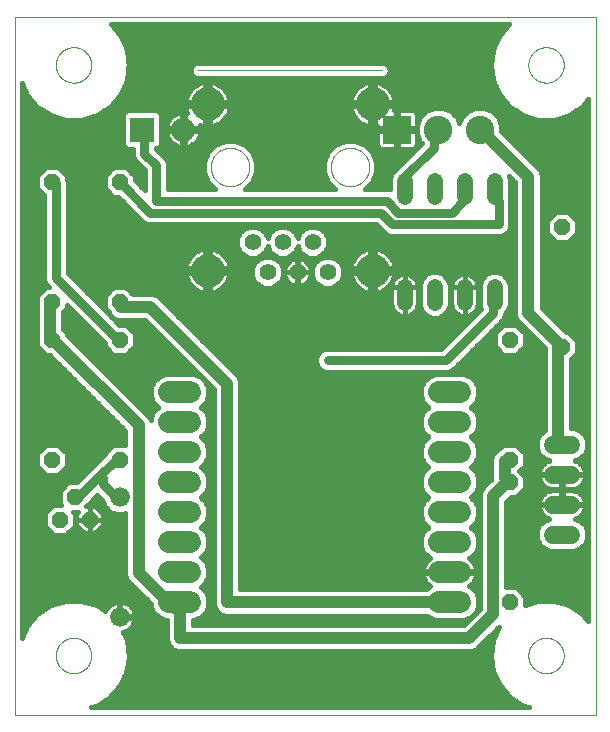
<source format=gtl>
G75*
%MOIN*%
%OFA0B0*%
%FSLAX25Y25*%
%IPPOS*%
%LPD*%
%AMOC8*
5,1,8,0,0,1.08239X$1,22.5*
%
%ADD10C,0.00000*%
%ADD11R,0.08000X0.08000*%
%ADD12C,0.08000*%
%ADD13R,0.09500X0.09500*%
%ADD14C,0.09500*%
%ADD15OC8,0.05200*%
%ADD16C,0.06000*%
%ADD17C,0.07200*%
%ADD18C,0.00039*%
%ADD19C,0.05543*%
%ADD20C,0.11220*%
%ADD21C,0.06600*%
%ADD22C,0.05200*%
%ADD23C,0.01600*%
%ADD24C,0.03000*%
%ADD25C,0.02400*%
%ADD26C,0.04000*%
D10*
X0001800Y0001800D02*
X0001800Y0234261D01*
X0195501Y0234261D01*
X0195501Y0001800D01*
X0001800Y0001800D01*
X0015579Y0021485D02*
X0015581Y0021638D01*
X0015587Y0021792D01*
X0015597Y0021945D01*
X0015611Y0022097D01*
X0015629Y0022250D01*
X0015651Y0022401D01*
X0015676Y0022552D01*
X0015706Y0022703D01*
X0015740Y0022853D01*
X0015777Y0023001D01*
X0015818Y0023149D01*
X0015863Y0023295D01*
X0015912Y0023441D01*
X0015965Y0023585D01*
X0016021Y0023727D01*
X0016081Y0023868D01*
X0016145Y0024008D01*
X0016212Y0024146D01*
X0016283Y0024282D01*
X0016358Y0024416D01*
X0016435Y0024548D01*
X0016517Y0024678D01*
X0016601Y0024806D01*
X0016689Y0024932D01*
X0016780Y0025055D01*
X0016874Y0025176D01*
X0016972Y0025294D01*
X0017072Y0025410D01*
X0017176Y0025523D01*
X0017282Y0025634D01*
X0017391Y0025742D01*
X0017503Y0025847D01*
X0017617Y0025948D01*
X0017735Y0026047D01*
X0017854Y0026143D01*
X0017976Y0026236D01*
X0018101Y0026325D01*
X0018228Y0026412D01*
X0018357Y0026494D01*
X0018488Y0026574D01*
X0018621Y0026650D01*
X0018756Y0026723D01*
X0018893Y0026792D01*
X0019032Y0026857D01*
X0019172Y0026919D01*
X0019314Y0026977D01*
X0019457Y0027032D01*
X0019602Y0027083D01*
X0019748Y0027130D01*
X0019895Y0027173D01*
X0020043Y0027212D01*
X0020192Y0027248D01*
X0020342Y0027279D01*
X0020493Y0027307D01*
X0020644Y0027331D01*
X0020797Y0027351D01*
X0020949Y0027367D01*
X0021102Y0027379D01*
X0021255Y0027387D01*
X0021408Y0027391D01*
X0021562Y0027391D01*
X0021715Y0027387D01*
X0021868Y0027379D01*
X0022021Y0027367D01*
X0022173Y0027351D01*
X0022326Y0027331D01*
X0022477Y0027307D01*
X0022628Y0027279D01*
X0022778Y0027248D01*
X0022927Y0027212D01*
X0023075Y0027173D01*
X0023222Y0027130D01*
X0023368Y0027083D01*
X0023513Y0027032D01*
X0023656Y0026977D01*
X0023798Y0026919D01*
X0023938Y0026857D01*
X0024077Y0026792D01*
X0024214Y0026723D01*
X0024349Y0026650D01*
X0024482Y0026574D01*
X0024613Y0026494D01*
X0024742Y0026412D01*
X0024869Y0026325D01*
X0024994Y0026236D01*
X0025116Y0026143D01*
X0025235Y0026047D01*
X0025353Y0025948D01*
X0025467Y0025847D01*
X0025579Y0025742D01*
X0025688Y0025634D01*
X0025794Y0025523D01*
X0025898Y0025410D01*
X0025998Y0025294D01*
X0026096Y0025176D01*
X0026190Y0025055D01*
X0026281Y0024932D01*
X0026369Y0024806D01*
X0026453Y0024678D01*
X0026535Y0024548D01*
X0026612Y0024416D01*
X0026687Y0024282D01*
X0026758Y0024146D01*
X0026825Y0024008D01*
X0026889Y0023868D01*
X0026949Y0023727D01*
X0027005Y0023585D01*
X0027058Y0023441D01*
X0027107Y0023295D01*
X0027152Y0023149D01*
X0027193Y0023001D01*
X0027230Y0022853D01*
X0027264Y0022703D01*
X0027294Y0022552D01*
X0027319Y0022401D01*
X0027341Y0022250D01*
X0027359Y0022097D01*
X0027373Y0021945D01*
X0027383Y0021792D01*
X0027389Y0021638D01*
X0027391Y0021485D01*
X0027389Y0021332D01*
X0027383Y0021178D01*
X0027373Y0021025D01*
X0027359Y0020873D01*
X0027341Y0020720D01*
X0027319Y0020569D01*
X0027294Y0020418D01*
X0027264Y0020267D01*
X0027230Y0020117D01*
X0027193Y0019969D01*
X0027152Y0019821D01*
X0027107Y0019675D01*
X0027058Y0019529D01*
X0027005Y0019385D01*
X0026949Y0019243D01*
X0026889Y0019102D01*
X0026825Y0018962D01*
X0026758Y0018824D01*
X0026687Y0018688D01*
X0026612Y0018554D01*
X0026535Y0018422D01*
X0026453Y0018292D01*
X0026369Y0018164D01*
X0026281Y0018038D01*
X0026190Y0017915D01*
X0026096Y0017794D01*
X0025998Y0017676D01*
X0025898Y0017560D01*
X0025794Y0017447D01*
X0025688Y0017336D01*
X0025579Y0017228D01*
X0025467Y0017123D01*
X0025353Y0017022D01*
X0025235Y0016923D01*
X0025116Y0016827D01*
X0024994Y0016734D01*
X0024869Y0016645D01*
X0024742Y0016558D01*
X0024613Y0016476D01*
X0024482Y0016396D01*
X0024349Y0016320D01*
X0024214Y0016247D01*
X0024077Y0016178D01*
X0023938Y0016113D01*
X0023798Y0016051D01*
X0023656Y0015993D01*
X0023513Y0015938D01*
X0023368Y0015887D01*
X0023222Y0015840D01*
X0023075Y0015797D01*
X0022927Y0015758D01*
X0022778Y0015722D01*
X0022628Y0015691D01*
X0022477Y0015663D01*
X0022326Y0015639D01*
X0022173Y0015619D01*
X0022021Y0015603D01*
X0021868Y0015591D01*
X0021715Y0015583D01*
X0021562Y0015579D01*
X0021408Y0015579D01*
X0021255Y0015583D01*
X0021102Y0015591D01*
X0020949Y0015603D01*
X0020797Y0015619D01*
X0020644Y0015639D01*
X0020493Y0015663D01*
X0020342Y0015691D01*
X0020192Y0015722D01*
X0020043Y0015758D01*
X0019895Y0015797D01*
X0019748Y0015840D01*
X0019602Y0015887D01*
X0019457Y0015938D01*
X0019314Y0015993D01*
X0019172Y0016051D01*
X0019032Y0016113D01*
X0018893Y0016178D01*
X0018756Y0016247D01*
X0018621Y0016320D01*
X0018488Y0016396D01*
X0018357Y0016476D01*
X0018228Y0016558D01*
X0018101Y0016645D01*
X0017976Y0016734D01*
X0017854Y0016827D01*
X0017735Y0016923D01*
X0017617Y0017022D01*
X0017503Y0017123D01*
X0017391Y0017228D01*
X0017282Y0017336D01*
X0017176Y0017447D01*
X0017072Y0017560D01*
X0016972Y0017676D01*
X0016874Y0017794D01*
X0016780Y0017915D01*
X0016689Y0018038D01*
X0016601Y0018164D01*
X0016517Y0018292D01*
X0016435Y0018422D01*
X0016358Y0018554D01*
X0016283Y0018688D01*
X0016212Y0018824D01*
X0016145Y0018962D01*
X0016081Y0019102D01*
X0016021Y0019243D01*
X0015965Y0019385D01*
X0015912Y0019529D01*
X0015863Y0019675D01*
X0015818Y0019821D01*
X0015777Y0019969D01*
X0015740Y0020117D01*
X0015706Y0020267D01*
X0015676Y0020418D01*
X0015651Y0020569D01*
X0015629Y0020720D01*
X0015611Y0020873D01*
X0015597Y0021025D01*
X0015587Y0021178D01*
X0015581Y0021332D01*
X0015579Y0021485D01*
X0067231Y0184300D02*
X0067233Y0184460D01*
X0067239Y0184619D01*
X0067249Y0184778D01*
X0067263Y0184937D01*
X0067281Y0185096D01*
X0067302Y0185254D01*
X0067328Y0185411D01*
X0067358Y0185568D01*
X0067391Y0185724D01*
X0067429Y0185879D01*
X0067470Y0186033D01*
X0067515Y0186186D01*
X0067564Y0186338D01*
X0067617Y0186489D01*
X0067673Y0186638D01*
X0067734Y0186786D01*
X0067797Y0186932D01*
X0067865Y0187077D01*
X0067936Y0187220D01*
X0068010Y0187361D01*
X0068088Y0187500D01*
X0068170Y0187637D01*
X0068255Y0187772D01*
X0068343Y0187905D01*
X0068435Y0188036D01*
X0068529Y0188164D01*
X0068627Y0188290D01*
X0068728Y0188414D01*
X0068832Y0188535D01*
X0068939Y0188653D01*
X0069049Y0188769D01*
X0069162Y0188882D01*
X0069278Y0188992D01*
X0069396Y0189099D01*
X0069517Y0189203D01*
X0069641Y0189304D01*
X0069767Y0189402D01*
X0069895Y0189496D01*
X0070026Y0189588D01*
X0070159Y0189676D01*
X0070294Y0189761D01*
X0070431Y0189843D01*
X0070570Y0189921D01*
X0070711Y0189995D01*
X0070854Y0190066D01*
X0070999Y0190134D01*
X0071145Y0190197D01*
X0071293Y0190258D01*
X0071442Y0190314D01*
X0071593Y0190367D01*
X0071745Y0190416D01*
X0071898Y0190461D01*
X0072052Y0190502D01*
X0072207Y0190540D01*
X0072363Y0190573D01*
X0072520Y0190603D01*
X0072677Y0190629D01*
X0072835Y0190650D01*
X0072994Y0190668D01*
X0073153Y0190682D01*
X0073312Y0190692D01*
X0073471Y0190698D01*
X0073631Y0190700D01*
X0073791Y0190698D01*
X0073950Y0190692D01*
X0074109Y0190682D01*
X0074268Y0190668D01*
X0074427Y0190650D01*
X0074585Y0190629D01*
X0074742Y0190603D01*
X0074899Y0190573D01*
X0075055Y0190540D01*
X0075210Y0190502D01*
X0075364Y0190461D01*
X0075517Y0190416D01*
X0075669Y0190367D01*
X0075820Y0190314D01*
X0075969Y0190258D01*
X0076117Y0190197D01*
X0076263Y0190134D01*
X0076408Y0190066D01*
X0076551Y0189995D01*
X0076692Y0189921D01*
X0076831Y0189843D01*
X0076968Y0189761D01*
X0077103Y0189676D01*
X0077236Y0189588D01*
X0077367Y0189496D01*
X0077495Y0189402D01*
X0077621Y0189304D01*
X0077745Y0189203D01*
X0077866Y0189099D01*
X0077984Y0188992D01*
X0078100Y0188882D01*
X0078213Y0188769D01*
X0078323Y0188653D01*
X0078430Y0188535D01*
X0078534Y0188414D01*
X0078635Y0188290D01*
X0078733Y0188164D01*
X0078827Y0188036D01*
X0078919Y0187905D01*
X0079007Y0187772D01*
X0079092Y0187637D01*
X0079174Y0187500D01*
X0079252Y0187361D01*
X0079326Y0187220D01*
X0079397Y0187077D01*
X0079465Y0186932D01*
X0079528Y0186786D01*
X0079589Y0186638D01*
X0079645Y0186489D01*
X0079698Y0186338D01*
X0079747Y0186186D01*
X0079792Y0186033D01*
X0079833Y0185879D01*
X0079871Y0185724D01*
X0079904Y0185568D01*
X0079934Y0185411D01*
X0079960Y0185254D01*
X0079981Y0185096D01*
X0079999Y0184937D01*
X0080013Y0184778D01*
X0080023Y0184619D01*
X0080029Y0184460D01*
X0080031Y0184300D01*
X0080029Y0184140D01*
X0080023Y0183981D01*
X0080013Y0183822D01*
X0079999Y0183663D01*
X0079981Y0183504D01*
X0079960Y0183346D01*
X0079934Y0183189D01*
X0079904Y0183032D01*
X0079871Y0182876D01*
X0079833Y0182721D01*
X0079792Y0182567D01*
X0079747Y0182414D01*
X0079698Y0182262D01*
X0079645Y0182111D01*
X0079589Y0181962D01*
X0079528Y0181814D01*
X0079465Y0181668D01*
X0079397Y0181523D01*
X0079326Y0181380D01*
X0079252Y0181239D01*
X0079174Y0181100D01*
X0079092Y0180963D01*
X0079007Y0180828D01*
X0078919Y0180695D01*
X0078827Y0180564D01*
X0078733Y0180436D01*
X0078635Y0180310D01*
X0078534Y0180186D01*
X0078430Y0180065D01*
X0078323Y0179947D01*
X0078213Y0179831D01*
X0078100Y0179718D01*
X0077984Y0179608D01*
X0077866Y0179501D01*
X0077745Y0179397D01*
X0077621Y0179296D01*
X0077495Y0179198D01*
X0077367Y0179104D01*
X0077236Y0179012D01*
X0077103Y0178924D01*
X0076968Y0178839D01*
X0076831Y0178757D01*
X0076692Y0178679D01*
X0076551Y0178605D01*
X0076408Y0178534D01*
X0076263Y0178466D01*
X0076117Y0178403D01*
X0075969Y0178342D01*
X0075820Y0178286D01*
X0075669Y0178233D01*
X0075517Y0178184D01*
X0075364Y0178139D01*
X0075210Y0178098D01*
X0075055Y0178060D01*
X0074899Y0178027D01*
X0074742Y0177997D01*
X0074585Y0177971D01*
X0074427Y0177950D01*
X0074268Y0177932D01*
X0074109Y0177918D01*
X0073950Y0177908D01*
X0073791Y0177902D01*
X0073631Y0177900D01*
X0073471Y0177902D01*
X0073312Y0177908D01*
X0073153Y0177918D01*
X0072994Y0177932D01*
X0072835Y0177950D01*
X0072677Y0177971D01*
X0072520Y0177997D01*
X0072363Y0178027D01*
X0072207Y0178060D01*
X0072052Y0178098D01*
X0071898Y0178139D01*
X0071745Y0178184D01*
X0071593Y0178233D01*
X0071442Y0178286D01*
X0071293Y0178342D01*
X0071145Y0178403D01*
X0070999Y0178466D01*
X0070854Y0178534D01*
X0070711Y0178605D01*
X0070570Y0178679D01*
X0070431Y0178757D01*
X0070294Y0178839D01*
X0070159Y0178924D01*
X0070026Y0179012D01*
X0069895Y0179104D01*
X0069767Y0179198D01*
X0069641Y0179296D01*
X0069517Y0179397D01*
X0069396Y0179501D01*
X0069278Y0179608D01*
X0069162Y0179718D01*
X0069049Y0179831D01*
X0068939Y0179947D01*
X0068832Y0180065D01*
X0068728Y0180186D01*
X0068627Y0180310D01*
X0068529Y0180436D01*
X0068435Y0180564D01*
X0068343Y0180695D01*
X0068255Y0180828D01*
X0068170Y0180963D01*
X0068088Y0181100D01*
X0068010Y0181239D01*
X0067936Y0181380D01*
X0067865Y0181523D01*
X0067797Y0181668D01*
X0067734Y0181814D01*
X0067673Y0181962D01*
X0067617Y0182111D01*
X0067564Y0182262D01*
X0067515Y0182414D01*
X0067470Y0182567D01*
X0067429Y0182721D01*
X0067391Y0182876D01*
X0067358Y0183032D01*
X0067328Y0183189D01*
X0067302Y0183346D01*
X0067281Y0183504D01*
X0067263Y0183663D01*
X0067249Y0183822D01*
X0067239Y0183981D01*
X0067233Y0184140D01*
X0067231Y0184300D01*
X0015579Y0218335D02*
X0015581Y0218488D01*
X0015587Y0218642D01*
X0015597Y0218795D01*
X0015611Y0218947D01*
X0015629Y0219100D01*
X0015651Y0219251D01*
X0015676Y0219402D01*
X0015706Y0219553D01*
X0015740Y0219703D01*
X0015777Y0219851D01*
X0015818Y0219999D01*
X0015863Y0220145D01*
X0015912Y0220291D01*
X0015965Y0220435D01*
X0016021Y0220577D01*
X0016081Y0220718D01*
X0016145Y0220858D01*
X0016212Y0220996D01*
X0016283Y0221132D01*
X0016358Y0221266D01*
X0016435Y0221398D01*
X0016517Y0221528D01*
X0016601Y0221656D01*
X0016689Y0221782D01*
X0016780Y0221905D01*
X0016874Y0222026D01*
X0016972Y0222144D01*
X0017072Y0222260D01*
X0017176Y0222373D01*
X0017282Y0222484D01*
X0017391Y0222592D01*
X0017503Y0222697D01*
X0017617Y0222798D01*
X0017735Y0222897D01*
X0017854Y0222993D01*
X0017976Y0223086D01*
X0018101Y0223175D01*
X0018228Y0223262D01*
X0018357Y0223344D01*
X0018488Y0223424D01*
X0018621Y0223500D01*
X0018756Y0223573D01*
X0018893Y0223642D01*
X0019032Y0223707D01*
X0019172Y0223769D01*
X0019314Y0223827D01*
X0019457Y0223882D01*
X0019602Y0223933D01*
X0019748Y0223980D01*
X0019895Y0224023D01*
X0020043Y0224062D01*
X0020192Y0224098D01*
X0020342Y0224129D01*
X0020493Y0224157D01*
X0020644Y0224181D01*
X0020797Y0224201D01*
X0020949Y0224217D01*
X0021102Y0224229D01*
X0021255Y0224237D01*
X0021408Y0224241D01*
X0021562Y0224241D01*
X0021715Y0224237D01*
X0021868Y0224229D01*
X0022021Y0224217D01*
X0022173Y0224201D01*
X0022326Y0224181D01*
X0022477Y0224157D01*
X0022628Y0224129D01*
X0022778Y0224098D01*
X0022927Y0224062D01*
X0023075Y0224023D01*
X0023222Y0223980D01*
X0023368Y0223933D01*
X0023513Y0223882D01*
X0023656Y0223827D01*
X0023798Y0223769D01*
X0023938Y0223707D01*
X0024077Y0223642D01*
X0024214Y0223573D01*
X0024349Y0223500D01*
X0024482Y0223424D01*
X0024613Y0223344D01*
X0024742Y0223262D01*
X0024869Y0223175D01*
X0024994Y0223086D01*
X0025116Y0222993D01*
X0025235Y0222897D01*
X0025353Y0222798D01*
X0025467Y0222697D01*
X0025579Y0222592D01*
X0025688Y0222484D01*
X0025794Y0222373D01*
X0025898Y0222260D01*
X0025998Y0222144D01*
X0026096Y0222026D01*
X0026190Y0221905D01*
X0026281Y0221782D01*
X0026369Y0221656D01*
X0026453Y0221528D01*
X0026535Y0221398D01*
X0026612Y0221266D01*
X0026687Y0221132D01*
X0026758Y0220996D01*
X0026825Y0220858D01*
X0026889Y0220718D01*
X0026949Y0220577D01*
X0027005Y0220435D01*
X0027058Y0220291D01*
X0027107Y0220145D01*
X0027152Y0219999D01*
X0027193Y0219851D01*
X0027230Y0219703D01*
X0027264Y0219553D01*
X0027294Y0219402D01*
X0027319Y0219251D01*
X0027341Y0219100D01*
X0027359Y0218947D01*
X0027373Y0218795D01*
X0027383Y0218642D01*
X0027389Y0218488D01*
X0027391Y0218335D01*
X0027389Y0218182D01*
X0027383Y0218028D01*
X0027373Y0217875D01*
X0027359Y0217723D01*
X0027341Y0217570D01*
X0027319Y0217419D01*
X0027294Y0217268D01*
X0027264Y0217117D01*
X0027230Y0216967D01*
X0027193Y0216819D01*
X0027152Y0216671D01*
X0027107Y0216525D01*
X0027058Y0216379D01*
X0027005Y0216235D01*
X0026949Y0216093D01*
X0026889Y0215952D01*
X0026825Y0215812D01*
X0026758Y0215674D01*
X0026687Y0215538D01*
X0026612Y0215404D01*
X0026535Y0215272D01*
X0026453Y0215142D01*
X0026369Y0215014D01*
X0026281Y0214888D01*
X0026190Y0214765D01*
X0026096Y0214644D01*
X0025998Y0214526D01*
X0025898Y0214410D01*
X0025794Y0214297D01*
X0025688Y0214186D01*
X0025579Y0214078D01*
X0025467Y0213973D01*
X0025353Y0213872D01*
X0025235Y0213773D01*
X0025116Y0213677D01*
X0024994Y0213584D01*
X0024869Y0213495D01*
X0024742Y0213408D01*
X0024613Y0213326D01*
X0024482Y0213246D01*
X0024349Y0213170D01*
X0024214Y0213097D01*
X0024077Y0213028D01*
X0023938Y0212963D01*
X0023798Y0212901D01*
X0023656Y0212843D01*
X0023513Y0212788D01*
X0023368Y0212737D01*
X0023222Y0212690D01*
X0023075Y0212647D01*
X0022927Y0212608D01*
X0022778Y0212572D01*
X0022628Y0212541D01*
X0022477Y0212513D01*
X0022326Y0212489D01*
X0022173Y0212469D01*
X0022021Y0212453D01*
X0021868Y0212441D01*
X0021715Y0212433D01*
X0021562Y0212429D01*
X0021408Y0212429D01*
X0021255Y0212433D01*
X0021102Y0212441D01*
X0020949Y0212453D01*
X0020797Y0212469D01*
X0020644Y0212489D01*
X0020493Y0212513D01*
X0020342Y0212541D01*
X0020192Y0212572D01*
X0020043Y0212608D01*
X0019895Y0212647D01*
X0019748Y0212690D01*
X0019602Y0212737D01*
X0019457Y0212788D01*
X0019314Y0212843D01*
X0019172Y0212901D01*
X0019032Y0212963D01*
X0018893Y0213028D01*
X0018756Y0213097D01*
X0018621Y0213170D01*
X0018488Y0213246D01*
X0018357Y0213326D01*
X0018228Y0213408D01*
X0018101Y0213495D01*
X0017976Y0213584D01*
X0017854Y0213677D01*
X0017735Y0213773D01*
X0017617Y0213872D01*
X0017503Y0213973D01*
X0017391Y0214078D01*
X0017282Y0214186D01*
X0017176Y0214297D01*
X0017072Y0214410D01*
X0016972Y0214526D01*
X0016874Y0214644D01*
X0016780Y0214765D01*
X0016689Y0214888D01*
X0016601Y0215014D01*
X0016517Y0215142D01*
X0016435Y0215272D01*
X0016358Y0215404D01*
X0016283Y0215538D01*
X0016212Y0215674D01*
X0016145Y0215812D01*
X0016081Y0215952D01*
X0016021Y0216093D01*
X0015965Y0216235D01*
X0015912Y0216379D01*
X0015863Y0216525D01*
X0015818Y0216671D01*
X0015777Y0216819D01*
X0015740Y0216967D01*
X0015706Y0217117D01*
X0015676Y0217268D01*
X0015651Y0217419D01*
X0015629Y0217570D01*
X0015611Y0217723D01*
X0015597Y0217875D01*
X0015587Y0218028D01*
X0015581Y0218182D01*
X0015579Y0218335D01*
X0107231Y0184300D02*
X0107233Y0184460D01*
X0107239Y0184619D01*
X0107249Y0184778D01*
X0107263Y0184937D01*
X0107281Y0185096D01*
X0107302Y0185254D01*
X0107328Y0185411D01*
X0107358Y0185568D01*
X0107391Y0185724D01*
X0107429Y0185879D01*
X0107470Y0186033D01*
X0107515Y0186186D01*
X0107564Y0186338D01*
X0107617Y0186489D01*
X0107673Y0186638D01*
X0107734Y0186786D01*
X0107797Y0186932D01*
X0107865Y0187077D01*
X0107936Y0187220D01*
X0108010Y0187361D01*
X0108088Y0187500D01*
X0108170Y0187637D01*
X0108255Y0187772D01*
X0108343Y0187905D01*
X0108435Y0188036D01*
X0108529Y0188164D01*
X0108627Y0188290D01*
X0108728Y0188414D01*
X0108832Y0188535D01*
X0108939Y0188653D01*
X0109049Y0188769D01*
X0109162Y0188882D01*
X0109278Y0188992D01*
X0109396Y0189099D01*
X0109517Y0189203D01*
X0109641Y0189304D01*
X0109767Y0189402D01*
X0109895Y0189496D01*
X0110026Y0189588D01*
X0110159Y0189676D01*
X0110294Y0189761D01*
X0110431Y0189843D01*
X0110570Y0189921D01*
X0110711Y0189995D01*
X0110854Y0190066D01*
X0110999Y0190134D01*
X0111145Y0190197D01*
X0111293Y0190258D01*
X0111442Y0190314D01*
X0111593Y0190367D01*
X0111745Y0190416D01*
X0111898Y0190461D01*
X0112052Y0190502D01*
X0112207Y0190540D01*
X0112363Y0190573D01*
X0112520Y0190603D01*
X0112677Y0190629D01*
X0112835Y0190650D01*
X0112994Y0190668D01*
X0113153Y0190682D01*
X0113312Y0190692D01*
X0113471Y0190698D01*
X0113631Y0190700D01*
X0113791Y0190698D01*
X0113950Y0190692D01*
X0114109Y0190682D01*
X0114268Y0190668D01*
X0114427Y0190650D01*
X0114585Y0190629D01*
X0114742Y0190603D01*
X0114899Y0190573D01*
X0115055Y0190540D01*
X0115210Y0190502D01*
X0115364Y0190461D01*
X0115517Y0190416D01*
X0115669Y0190367D01*
X0115820Y0190314D01*
X0115969Y0190258D01*
X0116117Y0190197D01*
X0116263Y0190134D01*
X0116408Y0190066D01*
X0116551Y0189995D01*
X0116692Y0189921D01*
X0116831Y0189843D01*
X0116968Y0189761D01*
X0117103Y0189676D01*
X0117236Y0189588D01*
X0117367Y0189496D01*
X0117495Y0189402D01*
X0117621Y0189304D01*
X0117745Y0189203D01*
X0117866Y0189099D01*
X0117984Y0188992D01*
X0118100Y0188882D01*
X0118213Y0188769D01*
X0118323Y0188653D01*
X0118430Y0188535D01*
X0118534Y0188414D01*
X0118635Y0188290D01*
X0118733Y0188164D01*
X0118827Y0188036D01*
X0118919Y0187905D01*
X0119007Y0187772D01*
X0119092Y0187637D01*
X0119174Y0187500D01*
X0119252Y0187361D01*
X0119326Y0187220D01*
X0119397Y0187077D01*
X0119465Y0186932D01*
X0119528Y0186786D01*
X0119589Y0186638D01*
X0119645Y0186489D01*
X0119698Y0186338D01*
X0119747Y0186186D01*
X0119792Y0186033D01*
X0119833Y0185879D01*
X0119871Y0185724D01*
X0119904Y0185568D01*
X0119934Y0185411D01*
X0119960Y0185254D01*
X0119981Y0185096D01*
X0119999Y0184937D01*
X0120013Y0184778D01*
X0120023Y0184619D01*
X0120029Y0184460D01*
X0120031Y0184300D01*
X0120029Y0184140D01*
X0120023Y0183981D01*
X0120013Y0183822D01*
X0119999Y0183663D01*
X0119981Y0183504D01*
X0119960Y0183346D01*
X0119934Y0183189D01*
X0119904Y0183032D01*
X0119871Y0182876D01*
X0119833Y0182721D01*
X0119792Y0182567D01*
X0119747Y0182414D01*
X0119698Y0182262D01*
X0119645Y0182111D01*
X0119589Y0181962D01*
X0119528Y0181814D01*
X0119465Y0181668D01*
X0119397Y0181523D01*
X0119326Y0181380D01*
X0119252Y0181239D01*
X0119174Y0181100D01*
X0119092Y0180963D01*
X0119007Y0180828D01*
X0118919Y0180695D01*
X0118827Y0180564D01*
X0118733Y0180436D01*
X0118635Y0180310D01*
X0118534Y0180186D01*
X0118430Y0180065D01*
X0118323Y0179947D01*
X0118213Y0179831D01*
X0118100Y0179718D01*
X0117984Y0179608D01*
X0117866Y0179501D01*
X0117745Y0179397D01*
X0117621Y0179296D01*
X0117495Y0179198D01*
X0117367Y0179104D01*
X0117236Y0179012D01*
X0117103Y0178924D01*
X0116968Y0178839D01*
X0116831Y0178757D01*
X0116692Y0178679D01*
X0116551Y0178605D01*
X0116408Y0178534D01*
X0116263Y0178466D01*
X0116117Y0178403D01*
X0115969Y0178342D01*
X0115820Y0178286D01*
X0115669Y0178233D01*
X0115517Y0178184D01*
X0115364Y0178139D01*
X0115210Y0178098D01*
X0115055Y0178060D01*
X0114899Y0178027D01*
X0114742Y0177997D01*
X0114585Y0177971D01*
X0114427Y0177950D01*
X0114268Y0177932D01*
X0114109Y0177918D01*
X0113950Y0177908D01*
X0113791Y0177902D01*
X0113631Y0177900D01*
X0113471Y0177902D01*
X0113312Y0177908D01*
X0113153Y0177918D01*
X0112994Y0177932D01*
X0112835Y0177950D01*
X0112677Y0177971D01*
X0112520Y0177997D01*
X0112363Y0178027D01*
X0112207Y0178060D01*
X0112052Y0178098D01*
X0111898Y0178139D01*
X0111745Y0178184D01*
X0111593Y0178233D01*
X0111442Y0178286D01*
X0111293Y0178342D01*
X0111145Y0178403D01*
X0110999Y0178466D01*
X0110854Y0178534D01*
X0110711Y0178605D01*
X0110570Y0178679D01*
X0110431Y0178757D01*
X0110294Y0178839D01*
X0110159Y0178924D01*
X0110026Y0179012D01*
X0109895Y0179104D01*
X0109767Y0179198D01*
X0109641Y0179296D01*
X0109517Y0179397D01*
X0109396Y0179501D01*
X0109278Y0179608D01*
X0109162Y0179718D01*
X0109049Y0179831D01*
X0108939Y0179947D01*
X0108832Y0180065D01*
X0108728Y0180186D01*
X0108627Y0180310D01*
X0108529Y0180436D01*
X0108435Y0180564D01*
X0108343Y0180695D01*
X0108255Y0180828D01*
X0108170Y0180963D01*
X0108088Y0181100D01*
X0108010Y0181239D01*
X0107936Y0181380D01*
X0107865Y0181523D01*
X0107797Y0181668D01*
X0107734Y0181814D01*
X0107673Y0181962D01*
X0107617Y0182111D01*
X0107564Y0182262D01*
X0107515Y0182414D01*
X0107470Y0182567D01*
X0107429Y0182721D01*
X0107391Y0182876D01*
X0107358Y0183032D01*
X0107328Y0183189D01*
X0107302Y0183346D01*
X0107281Y0183504D01*
X0107263Y0183663D01*
X0107249Y0183822D01*
X0107239Y0183981D01*
X0107233Y0184140D01*
X0107231Y0184300D01*
X0173059Y0218335D02*
X0173061Y0218488D01*
X0173067Y0218642D01*
X0173077Y0218795D01*
X0173091Y0218947D01*
X0173109Y0219100D01*
X0173131Y0219251D01*
X0173156Y0219402D01*
X0173186Y0219553D01*
X0173220Y0219703D01*
X0173257Y0219851D01*
X0173298Y0219999D01*
X0173343Y0220145D01*
X0173392Y0220291D01*
X0173445Y0220435D01*
X0173501Y0220577D01*
X0173561Y0220718D01*
X0173625Y0220858D01*
X0173692Y0220996D01*
X0173763Y0221132D01*
X0173838Y0221266D01*
X0173915Y0221398D01*
X0173997Y0221528D01*
X0174081Y0221656D01*
X0174169Y0221782D01*
X0174260Y0221905D01*
X0174354Y0222026D01*
X0174452Y0222144D01*
X0174552Y0222260D01*
X0174656Y0222373D01*
X0174762Y0222484D01*
X0174871Y0222592D01*
X0174983Y0222697D01*
X0175097Y0222798D01*
X0175215Y0222897D01*
X0175334Y0222993D01*
X0175456Y0223086D01*
X0175581Y0223175D01*
X0175708Y0223262D01*
X0175837Y0223344D01*
X0175968Y0223424D01*
X0176101Y0223500D01*
X0176236Y0223573D01*
X0176373Y0223642D01*
X0176512Y0223707D01*
X0176652Y0223769D01*
X0176794Y0223827D01*
X0176937Y0223882D01*
X0177082Y0223933D01*
X0177228Y0223980D01*
X0177375Y0224023D01*
X0177523Y0224062D01*
X0177672Y0224098D01*
X0177822Y0224129D01*
X0177973Y0224157D01*
X0178124Y0224181D01*
X0178277Y0224201D01*
X0178429Y0224217D01*
X0178582Y0224229D01*
X0178735Y0224237D01*
X0178888Y0224241D01*
X0179042Y0224241D01*
X0179195Y0224237D01*
X0179348Y0224229D01*
X0179501Y0224217D01*
X0179653Y0224201D01*
X0179806Y0224181D01*
X0179957Y0224157D01*
X0180108Y0224129D01*
X0180258Y0224098D01*
X0180407Y0224062D01*
X0180555Y0224023D01*
X0180702Y0223980D01*
X0180848Y0223933D01*
X0180993Y0223882D01*
X0181136Y0223827D01*
X0181278Y0223769D01*
X0181418Y0223707D01*
X0181557Y0223642D01*
X0181694Y0223573D01*
X0181829Y0223500D01*
X0181962Y0223424D01*
X0182093Y0223344D01*
X0182222Y0223262D01*
X0182349Y0223175D01*
X0182474Y0223086D01*
X0182596Y0222993D01*
X0182715Y0222897D01*
X0182833Y0222798D01*
X0182947Y0222697D01*
X0183059Y0222592D01*
X0183168Y0222484D01*
X0183274Y0222373D01*
X0183378Y0222260D01*
X0183478Y0222144D01*
X0183576Y0222026D01*
X0183670Y0221905D01*
X0183761Y0221782D01*
X0183849Y0221656D01*
X0183933Y0221528D01*
X0184015Y0221398D01*
X0184092Y0221266D01*
X0184167Y0221132D01*
X0184238Y0220996D01*
X0184305Y0220858D01*
X0184369Y0220718D01*
X0184429Y0220577D01*
X0184485Y0220435D01*
X0184538Y0220291D01*
X0184587Y0220145D01*
X0184632Y0219999D01*
X0184673Y0219851D01*
X0184710Y0219703D01*
X0184744Y0219553D01*
X0184774Y0219402D01*
X0184799Y0219251D01*
X0184821Y0219100D01*
X0184839Y0218947D01*
X0184853Y0218795D01*
X0184863Y0218642D01*
X0184869Y0218488D01*
X0184871Y0218335D01*
X0184869Y0218182D01*
X0184863Y0218028D01*
X0184853Y0217875D01*
X0184839Y0217723D01*
X0184821Y0217570D01*
X0184799Y0217419D01*
X0184774Y0217268D01*
X0184744Y0217117D01*
X0184710Y0216967D01*
X0184673Y0216819D01*
X0184632Y0216671D01*
X0184587Y0216525D01*
X0184538Y0216379D01*
X0184485Y0216235D01*
X0184429Y0216093D01*
X0184369Y0215952D01*
X0184305Y0215812D01*
X0184238Y0215674D01*
X0184167Y0215538D01*
X0184092Y0215404D01*
X0184015Y0215272D01*
X0183933Y0215142D01*
X0183849Y0215014D01*
X0183761Y0214888D01*
X0183670Y0214765D01*
X0183576Y0214644D01*
X0183478Y0214526D01*
X0183378Y0214410D01*
X0183274Y0214297D01*
X0183168Y0214186D01*
X0183059Y0214078D01*
X0182947Y0213973D01*
X0182833Y0213872D01*
X0182715Y0213773D01*
X0182596Y0213677D01*
X0182474Y0213584D01*
X0182349Y0213495D01*
X0182222Y0213408D01*
X0182093Y0213326D01*
X0181962Y0213246D01*
X0181829Y0213170D01*
X0181694Y0213097D01*
X0181557Y0213028D01*
X0181418Y0212963D01*
X0181278Y0212901D01*
X0181136Y0212843D01*
X0180993Y0212788D01*
X0180848Y0212737D01*
X0180702Y0212690D01*
X0180555Y0212647D01*
X0180407Y0212608D01*
X0180258Y0212572D01*
X0180108Y0212541D01*
X0179957Y0212513D01*
X0179806Y0212489D01*
X0179653Y0212469D01*
X0179501Y0212453D01*
X0179348Y0212441D01*
X0179195Y0212433D01*
X0179042Y0212429D01*
X0178888Y0212429D01*
X0178735Y0212433D01*
X0178582Y0212441D01*
X0178429Y0212453D01*
X0178277Y0212469D01*
X0178124Y0212489D01*
X0177973Y0212513D01*
X0177822Y0212541D01*
X0177672Y0212572D01*
X0177523Y0212608D01*
X0177375Y0212647D01*
X0177228Y0212690D01*
X0177082Y0212737D01*
X0176937Y0212788D01*
X0176794Y0212843D01*
X0176652Y0212901D01*
X0176512Y0212963D01*
X0176373Y0213028D01*
X0176236Y0213097D01*
X0176101Y0213170D01*
X0175968Y0213246D01*
X0175837Y0213326D01*
X0175708Y0213408D01*
X0175581Y0213495D01*
X0175456Y0213584D01*
X0175334Y0213677D01*
X0175215Y0213773D01*
X0175097Y0213872D01*
X0174983Y0213973D01*
X0174871Y0214078D01*
X0174762Y0214186D01*
X0174656Y0214297D01*
X0174552Y0214410D01*
X0174452Y0214526D01*
X0174354Y0214644D01*
X0174260Y0214765D01*
X0174169Y0214888D01*
X0174081Y0215014D01*
X0173997Y0215142D01*
X0173915Y0215272D01*
X0173838Y0215404D01*
X0173763Y0215538D01*
X0173692Y0215674D01*
X0173625Y0215812D01*
X0173561Y0215952D01*
X0173501Y0216093D01*
X0173445Y0216235D01*
X0173392Y0216379D01*
X0173343Y0216525D01*
X0173298Y0216671D01*
X0173257Y0216819D01*
X0173220Y0216967D01*
X0173186Y0217117D01*
X0173156Y0217268D01*
X0173131Y0217419D01*
X0173109Y0217570D01*
X0173091Y0217723D01*
X0173077Y0217875D01*
X0173067Y0218028D01*
X0173061Y0218182D01*
X0173059Y0218335D01*
X0173059Y0021485D02*
X0173061Y0021638D01*
X0173067Y0021792D01*
X0173077Y0021945D01*
X0173091Y0022097D01*
X0173109Y0022250D01*
X0173131Y0022401D01*
X0173156Y0022552D01*
X0173186Y0022703D01*
X0173220Y0022853D01*
X0173257Y0023001D01*
X0173298Y0023149D01*
X0173343Y0023295D01*
X0173392Y0023441D01*
X0173445Y0023585D01*
X0173501Y0023727D01*
X0173561Y0023868D01*
X0173625Y0024008D01*
X0173692Y0024146D01*
X0173763Y0024282D01*
X0173838Y0024416D01*
X0173915Y0024548D01*
X0173997Y0024678D01*
X0174081Y0024806D01*
X0174169Y0024932D01*
X0174260Y0025055D01*
X0174354Y0025176D01*
X0174452Y0025294D01*
X0174552Y0025410D01*
X0174656Y0025523D01*
X0174762Y0025634D01*
X0174871Y0025742D01*
X0174983Y0025847D01*
X0175097Y0025948D01*
X0175215Y0026047D01*
X0175334Y0026143D01*
X0175456Y0026236D01*
X0175581Y0026325D01*
X0175708Y0026412D01*
X0175837Y0026494D01*
X0175968Y0026574D01*
X0176101Y0026650D01*
X0176236Y0026723D01*
X0176373Y0026792D01*
X0176512Y0026857D01*
X0176652Y0026919D01*
X0176794Y0026977D01*
X0176937Y0027032D01*
X0177082Y0027083D01*
X0177228Y0027130D01*
X0177375Y0027173D01*
X0177523Y0027212D01*
X0177672Y0027248D01*
X0177822Y0027279D01*
X0177973Y0027307D01*
X0178124Y0027331D01*
X0178277Y0027351D01*
X0178429Y0027367D01*
X0178582Y0027379D01*
X0178735Y0027387D01*
X0178888Y0027391D01*
X0179042Y0027391D01*
X0179195Y0027387D01*
X0179348Y0027379D01*
X0179501Y0027367D01*
X0179653Y0027351D01*
X0179806Y0027331D01*
X0179957Y0027307D01*
X0180108Y0027279D01*
X0180258Y0027248D01*
X0180407Y0027212D01*
X0180555Y0027173D01*
X0180702Y0027130D01*
X0180848Y0027083D01*
X0180993Y0027032D01*
X0181136Y0026977D01*
X0181278Y0026919D01*
X0181418Y0026857D01*
X0181557Y0026792D01*
X0181694Y0026723D01*
X0181829Y0026650D01*
X0181962Y0026574D01*
X0182093Y0026494D01*
X0182222Y0026412D01*
X0182349Y0026325D01*
X0182474Y0026236D01*
X0182596Y0026143D01*
X0182715Y0026047D01*
X0182833Y0025948D01*
X0182947Y0025847D01*
X0183059Y0025742D01*
X0183168Y0025634D01*
X0183274Y0025523D01*
X0183378Y0025410D01*
X0183478Y0025294D01*
X0183576Y0025176D01*
X0183670Y0025055D01*
X0183761Y0024932D01*
X0183849Y0024806D01*
X0183933Y0024678D01*
X0184015Y0024548D01*
X0184092Y0024416D01*
X0184167Y0024282D01*
X0184238Y0024146D01*
X0184305Y0024008D01*
X0184369Y0023868D01*
X0184429Y0023727D01*
X0184485Y0023585D01*
X0184538Y0023441D01*
X0184587Y0023295D01*
X0184632Y0023149D01*
X0184673Y0023001D01*
X0184710Y0022853D01*
X0184744Y0022703D01*
X0184774Y0022552D01*
X0184799Y0022401D01*
X0184821Y0022250D01*
X0184839Y0022097D01*
X0184853Y0021945D01*
X0184863Y0021792D01*
X0184869Y0021638D01*
X0184871Y0021485D01*
X0184869Y0021332D01*
X0184863Y0021178D01*
X0184853Y0021025D01*
X0184839Y0020873D01*
X0184821Y0020720D01*
X0184799Y0020569D01*
X0184774Y0020418D01*
X0184744Y0020267D01*
X0184710Y0020117D01*
X0184673Y0019969D01*
X0184632Y0019821D01*
X0184587Y0019675D01*
X0184538Y0019529D01*
X0184485Y0019385D01*
X0184429Y0019243D01*
X0184369Y0019102D01*
X0184305Y0018962D01*
X0184238Y0018824D01*
X0184167Y0018688D01*
X0184092Y0018554D01*
X0184015Y0018422D01*
X0183933Y0018292D01*
X0183849Y0018164D01*
X0183761Y0018038D01*
X0183670Y0017915D01*
X0183576Y0017794D01*
X0183478Y0017676D01*
X0183378Y0017560D01*
X0183274Y0017447D01*
X0183168Y0017336D01*
X0183059Y0017228D01*
X0182947Y0017123D01*
X0182833Y0017022D01*
X0182715Y0016923D01*
X0182596Y0016827D01*
X0182474Y0016734D01*
X0182349Y0016645D01*
X0182222Y0016558D01*
X0182093Y0016476D01*
X0181962Y0016396D01*
X0181829Y0016320D01*
X0181694Y0016247D01*
X0181557Y0016178D01*
X0181418Y0016113D01*
X0181278Y0016051D01*
X0181136Y0015993D01*
X0180993Y0015938D01*
X0180848Y0015887D01*
X0180702Y0015840D01*
X0180555Y0015797D01*
X0180407Y0015758D01*
X0180258Y0015722D01*
X0180108Y0015691D01*
X0179957Y0015663D01*
X0179806Y0015639D01*
X0179653Y0015619D01*
X0179501Y0015603D01*
X0179348Y0015591D01*
X0179195Y0015583D01*
X0179042Y0015579D01*
X0178888Y0015579D01*
X0178735Y0015583D01*
X0178582Y0015591D01*
X0178429Y0015603D01*
X0178277Y0015619D01*
X0178124Y0015639D01*
X0177973Y0015663D01*
X0177822Y0015691D01*
X0177672Y0015722D01*
X0177523Y0015758D01*
X0177375Y0015797D01*
X0177228Y0015840D01*
X0177082Y0015887D01*
X0176937Y0015938D01*
X0176794Y0015993D01*
X0176652Y0016051D01*
X0176512Y0016113D01*
X0176373Y0016178D01*
X0176236Y0016247D01*
X0176101Y0016320D01*
X0175968Y0016396D01*
X0175837Y0016476D01*
X0175708Y0016558D01*
X0175581Y0016645D01*
X0175456Y0016734D01*
X0175334Y0016827D01*
X0175215Y0016923D01*
X0175097Y0017022D01*
X0174983Y0017123D01*
X0174871Y0017228D01*
X0174762Y0017336D01*
X0174656Y0017447D01*
X0174552Y0017560D01*
X0174452Y0017676D01*
X0174354Y0017794D01*
X0174260Y0017915D01*
X0174169Y0018038D01*
X0174081Y0018164D01*
X0173997Y0018292D01*
X0173915Y0018422D01*
X0173838Y0018554D01*
X0173763Y0018688D01*
X0173692Y0018824D01*
X0173625Y0018962D01*
X0173561Y0019102D01*
X0173501Y0019243D01*
X0173445Y0019385D01*
X0173392Y0019529D01*
X0173343Y0019675D01*
X0173298Y0019821D01*
X0173257Y0019969D01*
X0173220Y0020117D01*
X0173186Y0020267D01*
X0173156Y0020418D01*
X0173131Y0020569D01*
X0173109Y0020720D01*
X0173091Y0020873D01*
X0173077Y0021025D01*
X0173067Y0021178D01*
X0173061Y0021332D01*
X0173059Y0021485D01*
D11*
X0044300Y0196800D03*
D12*
X0058080Y0196800D03*
D13*
X0129300Y0196800D03*
D14*
X0143080Y0196800D03*
X0156859Y0196800D03*
D15*
X0184300Y0164300D03*
X0166800Y0126800D03*
X0184300Y0124300D03*
X0166800Y0086800D03*
X0166800Y0079300D03*
X0166800Y0039300D03*
X0036800Y0086800D03*
X0021800Y0074300D03*
X0016800Y0066800D03*
X0026800Y0066800D03*
X0014300Y0086800D03*
X0014300Y0126800D03*
X0014300Y0139300D03*
X0036800Y0139300D03*
X0036800Y0126800D03*
X0036800Y0179300D03*
X0014300Y0179300D03*
D16*
X0181300Y0091800D02*
X0187300Y0091800D01*
X0187300Y0081800D02*
X0181300Y0081800D01*
X0181300Y0071800D02*
X0187300Y0071800D01*
X0187300Y0061800D02*
X0181300Y0061800D01*
D17*
X0150400Y0059300D02*
X0143200Y0059300D01*
X0143200Y0069300D02*
X0150400Y0069300D01*
X0150400Y0079300D02*
X0143200Y0079300D01*
X0143200Y0089300D02*
X0150400Y0089300D01*
X0150400Y0099300D02*
X0143200Y0099300D01*
X0143200Y0109300D02*
X0150400Y0109300D01*
X0150400Y0049300D02*
X0143200Y0049300D01*
X0143200Y0039300D02*
X0150400Y0039300D01*
X0060400Y0039300D02*
X0053200Y0039300D01*
X0053200Y0049300D02*
X0060400Y0049300D01*
X0060400Y0059300D02*
X0053200Y0059300D01*
X0053200Y0069300D02*
X0060400Y0069300D01*
X0060400Y0079300D02*
X0053200Y0079300D01*
X0053200Y0089300D02*
X0060400Y0089300D01*
X0060400Y0099300D02*
X0053200Y0099300D01*
X0053200Y0109300D02*
X0060400Y0109300D01*
D18*
X0062881Y0216505D02*
X0124381Y0216505D01*
D19*
X0101131Y0159300D03*
X0106131Y0149300D03*
X0096131Y0149300D03*
X0091131Y0159300D03*
X0086131Y0149300D03*
X0081131Y0159300D03*
D20*
X0066131Y0149800D03*
X0066131Y0205300D03*
X0121131Y0205300D03*
X0121131Y0149800D03*
D21*
X0036800Y0074300D03*
X0036800Y0034300D03*
D22*
X0131800Y0139100D02*
X0131800Y0144300D01*
X0141800Y0144300D02*
X0141800Y0139100D01*
X0151800Y0139100D02*
X0151800Y0144300D01*
X0161800Y0144300D02*
X0161800Y0139100D01*
X0161800Y0174300D02*
X0161800Y0179500D01*
X0151800Y0179500D02*
X0151800Y0174300D01*
X0141800Y0174300D02*
X0141800Y0179500D01*
X0131800Y0179500D02*
X0131800Y0174300D01*
D23*
X0126800Y0176873D02*
X0126800Y0180495D01*
X0127561Y0182332D01*
X0128968Y0183739D01*
X0129041Y0183769D01*
X0137520Y0192248D01*
X0137018Y0192750D01*
X0135930Y0195378D01*
X0135930Y0198222D01*
X0137018Y0200850D01*
X0139029Y0202861D01*
X0141657Y0203950D01*
X0144502Y0203950D01*
X0147130Y0202861D01*
X0149141Y0200850D01*
X0149969Y0198850D01*
X0150798Y0200850D01*
X0152809Y0202861D01*
X0155437Y0203950D01*
X0158281Y0203950D01*
X0160909Y0202861D01*
X0162921Y0200850D01*
X0164009Y0198222D01*
X0164009Y0196207D01*
X0175552Y0184664D01*
X0176790Y0183426D01*
X0177460Y0181809D01*
X0177460Y0137481D01*
X0185460Y0129481D01*
X0185544Y0129442D01*
X0185675Y0129300D01*
X0186371Y0129300D01*
X0189300Y0126371D01*
X0189300Y0122229D01*
X0187302Y0120231D01*
X0187302Y0097200D01*
X0188374Y0097200D01*
X0190359Y0096378D01*
X0191878Y0094859D01*
X0192700Y0092874D01*
X0192700Y0090726D01*
X0191878Y0088741D01*
X0190359Y0087222D01*
X0188507Y0086455D01*
X0189143Y0086248D01*
X0189816Y0085905D01*
X0190427Y0085461D01*
X0190961Y0084927D01*
X0191405Y0084316D01*
X0191748Y0083643D01*
X0191982Y0082924D01*
X0192100Y0082178D01*
X0192100Y0082000D01*
X0184500Y0082000D01*
X0184500Y0081600D01*
X0192100Y0081600D01*
X0192100Y0081422D01*
X0191982Y0080676D01*
X0191748Y0079957D01*
X0191405Y0079284D01*
X0190961Y0078673D01*
X0190427Y0078139D01*
X0189816Y0077695D01*
X0189143Y0077352D01*
X0188424Y0077118D01*
X0187678Y0077000D01*
X0184500Y0077000D01*
X0184500Y0081600D01*
X0184100Y0081600D01*
X0184100Y0077000D01*
X0180922Y0077000D01*
X0180176Y0077118D01*
X0179457Y0077352D01*
X0178784Y0077695D01*
X0178173Y0078139D01*
X0177639Y0078673D01*
X0177195Y0079284D01*
X0176852Y0079957D01*
X0176618Y0080676D01*
X0176500Y0081422D01*
X0176500Y0081600D01*
X0184100Y0081600D01*
X0184100Y0082000D01*
X0176500Y0082000D01*
X0176500Y0082178D01*
X0176618Y0082924D01*
X0176852Y0083643D01*
X0177195Y0084316D01*
X0177639Y0084927D01*
X0178173Y0085461D01*
X0178784Y0085905D01*
X0179457Y0086248D01*
X0180093Y0086455D01*
X0178241Y0087222D01*
X0176722Y0088741D01*
X0175900Y0090726D01*
X0175900Y0092874D01*
X0176722Y0094859D01*
X0178241Y0096378D01*
X0178502Y0096486D01*
X0178502Y0123152D01*
X0178447Y0123324D01*
X0178500Y0123995D01*
X0169330Y0133166D01*
X0168660Y0134783D01*
X0168660Y0179111D01*
X0166463Y0181308D01*
X0166800Y0180495D01*
X0166800Y0174613D01*
X0167057Y0174093D01*
X0167066Y0173959D01*
X0167117Y0173836D01*
X0167117Y0173190D01*
X0167160Y0172545D01*
X0167117Y0172418D01*
X0167117Y0164410D01*
X0166524Y0162977D01*
X0165426Y0161880D01*
X0163993Y0161286D01*
X0127008Y0161286D01*
X0125575Y0161880D01*
X0124478Y0162977D01*
X0122232Y0165223D01*
X0046300Y0165223D01*
X0044866Y0165817D01*
X0043769Y0166914D01*
X0036383Y0174300D01*
X0034729Y0174300D01*
X0031800Y0177229D01*
X0031800Y0181371D01*
X0034729Y0184300D01*
X0038871Y0184300D01*
X0041800Y0181371D01*
X0041800Y0179914D01*
X0045144Y0176570D01*
X0045144Y0183255D01*
X0042898Y0185502D01*
X0041801Y0186599D01*
X0041207Y0188032D01*
X0041207Y0190400D01*
X0039823Y0190400D01*
X0038941Y0190765D01*
X0038265Y0191441D01*
X0037900Y0192323D01*
X0037900Y0201277D01*
X0038265Y0202159D01*
X0038941Y0202835D01*
X0039823Y0203200D01*
X0048777Y0203200D01*
X0049659Y0202835D01*
X0050335Y0202159D01*
X0050700Y0201277D01*
X0050700Y0192323D01*
X0050335Y0191441D01*
X0049659Y0190765D01*
X0049007Y0190495D01*
X0049007Y0190423D01*
X0052350Y0187080D01*
X0052944Y0185647D01*
X0052944Y0176960D01*
X0068526Y0176960D01*
X0066170Y0179315D01*
X0064831Y0182550D01*
X0064831Y0186050D01*
X0066170Y0189285D01*
X0068646Y0191760D01*
X0071880Y0193100D01*
X0075381Y0193100D01*
X0078616Y0191760D01*
X0081091Y0189285D01*
X0082431Y0186050D01*
X0082431Y0182550D01*
X0081091Y0179315D01*
X0078736Y0176960D01*
X0108526Y0176960D01*
X0106170Y0179315D01*
X0104831Y0182550D01*
X0104831Y0186050D01*
X0106170Y0189285D01*
X0108646Y0191760D01*
X0111880Y0193100D01*
X0115381Y0193100D01*
X0118616Y0191760D01*
X0121091Y0189285D01*
X0122431Y0186050D01*
X0122431Y0182550D01*
X0121091Y0179315D01*
X0118736Y0176960D01*
X0126591Y0176960D01*
X0126800Y0176873D01*
X0126800Y0177636D02*
X0119412Y0177636D01*
X0121011Y0179235D02*
X0126800Y0179235D01*
X0126940Y0180833D02*
X0121720Y0180833D01*
X0122382Y0182432D02*
X0127661Y0182432D01*
X0129302Y0184030D02*
X0122431Y0184030D01*
X0122431Y0185629D02*
X0130901Y0185629D01*
X0132499Y0187227D02*
X0121943Y0187227D01*
X0121281Y0188826D02*
X0134098Y0188826D01*
X0134287Y0190250D02*
X0134745Y0190373D01*
X0135155Y0190610D01*
X0135490Y0190945D01*
X0135727Y0191355D01*
X0135850Y0191813D01*
X0135850Y0196419D01*
X0129681Y0196419D01*
X0129681Y0197181D01*
X0128919Y0197181D01*
X0128919Y0203350D01*
X0128280Y0203350D01*
X0128414Y0203851D01*
X0128500Y0204500D01*
X0121931Y0204500D01*
X0121931Y0206100D01*
X0128500Y0206100D01*
X0128414Y0206749D01*
X0128163Y0207687D01*
X0127791Y0208584D01*
X0127305Y0209426D01*
X0126714Y0210196D01*
X0126027Y0210883D01*
X0125256Y0211475D01*
X0124415Y0211960D01*
X0123518Y0212332D01*
X0122579Y0212583D01*
X0121931Y0212669D01*
X0121931Y0206100D01*
X0120331Y0206100D01*
X0120331Y0212669D01*
X0119682Y0212583D01*
X0118744Y0212332D01*
X0117846Y0211960D01*
X0117005Y0211475D01*
X0116234Y0210883D01*
X0115547Y0210196D01*
X0114956Y0209426D01*
X0114470Y0208584D01*
X0114099Y0207687D01*
X0113847Y0206749D01*
X0113762Y0206100D01*
X0120331Y0206100D01*
X0120331Y0204500D01*
X0121931Y0204500D01*
X0121931Y0197931D01*
X0122579Y0198017D01*
X0122750Y0198062D01*
X0122750Y0197181D01*
X0128919Y0197181D01*
X0128919Y0196419D01*
X0129681Y0196419D01*
X0129681Y0190250D01*
X0134287Y0190250D01*
X0134834Y0190424D02*
X0135696Y0190424D01*
X0135850Y0192023D02*
X0137295Y0192023D01*
X0136657Y0193621D02*
X0135850Y0193621D01*
X0135850Y0195220D02*
X0135995Y0195220D01*
X0135930Y0196818D02*
X0129681Y0196818D01*
X0129681Y0197181D02*
X0135850Y0197181D01*
X0135850Y0201787D01*
X0135727Y0202245D01*
X0135490Y0202655D01*
X0135155Y0202990D01*
X0134745Y0203227D01*
X0134287Y0203350D01*
X0129681Y0203350D01*
X0129681Y0197181D01*
X0128919Y0196818D02*
X0058461Y0196818D01*
X0058461Y0197181D02*
X0063880Y0197181D01*
X0063880Y0197256D01*
X0063737Y0198158D01*
X0063694Y0198288D01*
X0063744Y0198268D01*
X0064682Y0198017D01*
X0065331Y0197931D01*
X0065331Y0204500D01*
X0066931Y0204500D01*
X0066931Y0206100D01*
X0073500Y0206100D01*
X0073414Y0206749D01*
X0073163Y0207687D01*
X0072791Y0208584D01*
X0072305Y0209426D01*
X0071714Y0210196D01*
X0071027Y0210883D01*
X0070256Y0211475D01*
X0069415Y0211960D01*
X0068518Y0212332D01*
X0067579Y0212583D01*
X0066931Y0212669D01*
X0066931Y0206100D01*
X0065331Y0206100D01*
X0065331Y0212669D01*
X0064682Y0212583D01*
X0063744Y0212332D01*
X0062846Y0211960D01*
X0062005Y0211475D01*
X0061234Y0210883D01*
X0060547Y0210196D01*
X0059956Y0209426D01*
X0059470Y0208584D01*
X0059099Y0207687D01*
X0058847Y0206749D01*
X0058762Y0206100D01*
X0065331Y0206100D01*
X0065331Y0204500D01*
X0058762Y0204500D01*
X0058847Y0203851D01*
X0059099Y0202913D01*
X0059277Y0202483D01*
X0058536Y0202600D01*
X0058461Y0202600D01*
X0058461Y0197181D01*
X0058461Y0196419D01*
X0063880Y0196419D01*
X0063880Y0196344D01*
X0063737Y0195442D01*
X0063455Y0194574D01*
X0063040Y0193760D01*
X0062504Y0193022D01*
X0061858Y0192376D01*
X0061119Y0191839D01*
X0060306Y0191425D01*
X0059438Y0191143D01*
X0058536Y0191000D01*
X0058461Y0191000D01*
X0058461Y0196419D01*
X0057698Y0196419D01*
X0052280Y0196419D01*
X0052280Y0196344D01*
X0052422Y0195442D01*
X0052704Y0194574D01*
X0053119Y0193760D01*
X0053656Y0193022D01*
X0054301Y0192376D01*
X0055040Y0191839D01*
X0055853Y0191425D01*
X0056721Y0191143D01*
X0057623Y0191000D01*
X0057698Y0191000D01*
X0057698Y0196419D01*
X0057698Y0197181D01*
X0052280Y0197181D01*
X0052280Y0197256D01*
X0052422Y0198158D01*
X0052704Y0199026D01*
X0053119Y0199840D01*
X0053656Y0200578D01*
X0054301Y0201224D01*
X0055040Y0201761D01*
X0055853Y0202175D01*
X0056721Y0202457D01*
X0057623Y0202600D01*
X0057698Y0202600D01*
X0057698Y0197181D01*
X0058461Y0197181D01*
X0057698Y0196818D02*
X0050700Y0196818D01*
X0050700Y0195220D02*
X0052494Y0195220D01*
X0053220Y0193621D02*
X0050700Y0193621D01*
X0050576Y0192023D02*
X0054787Y0192023D01*
X0057698Y0192023D02*
X0058461Y0192023D01*
X0058461Y0193621D02*
X0057698Y0193621D01*
X0057698Y0195220D02*
X0058461Y0195220D01*
X0061372Y0192023D02*
X0069280Y0192023D01*
X0067310Y0190424D02*
X0049007Y0190424D01*
X0050605Y0188826D02*
X0065980Y0188826D01*
X0065318Y0187227D02*
X0052203Y0187227D01*
X0052944Y0185629D02*
X0064831Y0185629D01*
X0064831Y0184030D02*
X0052944Y0184030D01*
X0052944Y0182432D02*
X0064879Y0182432D01*
X0065542Y0180833D02*
X0052944Y0180833D01*
X0052944Y0179235D02*
X0066251Y0179235D01*
X0067849Y0177636D02*
X0052944Y0177636D01*
X0045144Y0177636D02*
X0044078Y0177636D01*
X0045144Y0179235D02*
X0042479Y0179235D01*
X0041800Y0180833D02*
X0045144Y0180833D01*
X0045144Y0182432D02*
X0040739Y0182432D01*
X0039141Y0184030D02*
X0044369Y0184030D01*
X0042771Y0185629D02*
X0004200Y0185629D01*
X0004200Y0187227D02*
X0041540Y0187227D01*
X0041207Y0188826D02*
X0004200Y0188826D01*
X0004200Y0190424D02*
X0039764Y0190424D01*
X0038024Y0192023D02*
X0004200Y0192023D01*
X0004200Y0193621D02*
X0037900Y0193621D01*
X0037900Y0195220D02*
X0004200Y0195220D01*
X0004200Y0196818D02*
X0037900Y0196818D01*
X0037900Y0198417D02*
X0004200Y0198417D01*
X0004200Y0200015D02*
X0037900Y0200015D01*
X0038039Y0201614D02*
X0029153Y0201614D01*
X0029129Y0201598D02*
X0033534Y0204430D01*
X0036964Y0208388D01*
X0039140Y0213152D01*
X0039885Y0218335D01*
X0039140Y0223519D01*
X0039140Y0223519D01*
X0036964Y0228283D01*
X0036964Y0228283D01*
X0033864Y0231861D01*
X0166586Y0231861D01*
X0163486Y0228283D01*
X0161311Y0223519D01*
X0160565Y0218335D01*
X0161311Y0213152D01*
X0163486Y0208388D01*
X0166916Y0204430D01*
X0171322Y0201598D01*
X0176347Y0200123D01*
X0181584Y0200123D01*
X0186609Y0201598D01*
X0191015Y0204430D01*
X0193101Y0206837D01*
X0193101Y0032983D01*
X0191015Y0035391D01*
X0186609Y0038222D01*
X0181584Y0039698D01*
X0176347Y0039698D01*
X0171800Y0038363D01*
X0171800Y0041371D01*
X0168871Y0044300D01*
X0165649Y0044300D01*
X0165649Y0072812D01*
X0167137Y0074300D01*
X0168871Y0074300D01*
X0171800Y0077229D01*
X0171800Y0081371D01*
X0170121Y0083050D01*
X0171800Y0084729D01*
X0171800Y0088871D01*
X0168871Y0091800D01*
X0164729Y0091800D01*
X0163512Y0090583D01*
X0163388Y0090556D01*
X0163061Y0090328D01*
X0162693Y0090176D01*
X0162350Y0089832D01*
X0161952Y0089555D01*
X0161737Y0089219D01*
X0161456Y0088938D01*
X0161270Y0088489D01*
X0161008Y0088080D01*
X0160938Y0087689D01*
X0160786Y0087321D01*
X0160786Y0086835D01*
X0160701Y0086357D01*
X0160786Y0085968D01*
X0160786Y0081121D01*
X0160709Y0080836D01*
X0160769Y0080378D01*
X0158756Y0078365D01*
X0157519Y0077127D01*
X0156849Y0075510D01*
X0156849Y0037087D01*
X0151552Y0031791D01*
X0061318Y0031791D01*
X0061318Y0033300D01*
X0061593Y0033300D01*
X0063799Y0034213D01*
X0065487Y0035901D01*
X0066400Y0038107D01*
X0066400Y0040493D01*
X0065487Y0042699D01*
X0063885Y0044300D01*
X0065487Y0045901D01*
X0066400Y0048107D01*
X0066400Y0050493D01*
X0065487Y0052699D01*
X0063885Y0054300D01*
X0065487Y0055901D01*
X0066400Y0058107D01*
X0066400Y0060493D01*
X0065487Y0062699D01*
X0063885Y0064300D01*
X0065487Y0065901D01*
X0066400Y0068107D01*
X0066400Y0070493D01*
X0065487Y0072699D01*
X0063885Y0074300D01*
X0065487Y0075901D01*
X0066400Y0078107D01*
X0066400Y0080493D01*
X0065487Y0082699D01*
X0063885Y0084300D01*
X0065487Y0085901D01*
X0066400Y0088107D01*
X0066400Y0090493D01*
X0065487Y0092699D01*
X0063885Y0094300D01*
X0065487Y0095901D01*
X0066400Y0098107D01*
X0066400Y0100493D01*
X0065487Y0102699D01*
X0063885Y0104300D01*
X0065487Y0105901D01*
X0066400Y0108107D01*
X0066400Y0110493D01*
X0065487Y0112699D01*
X0063799Y0114387D01*
X0061593Y0115300D01*
X0052007Y0115300D01*
X0049801Y0114387D01*
X0048113Y0112699D01*
X0047200Y0110493D01*
X0047200Y0108107D01*
X0048113Y0105901D01*
X0049715Y0104300D01*
X0048113Y0102699D01*
X0047200Y0100493D01*
X0047200Y0099949D01*
X0046869Y0100749D01*
X0045631Y0101987D01*
X0019300Y0128318D01*
X0019300Y0128871D01*
X0018011Y0130160D01*
X0018011Y0135940D01*
X0019300Y0137229D01*
X0019300Y0138233D01*
X0031800Y0125733D01*
X0031800Y0124729D01*
X0034729Y0121800D01*
X0038871Y0121800D01*
X0041800Y0124729D01*
X0041800Y0128871D01*
X0038871Y0131800D01*
X0036764Y0131800D01*
X0034340Y0134224D01*
X0034518Y0134119D01*
X0034741Y0133897D01*
X0035265Y0133679D01*
X0035755Y0133391D01*
X0036067Y0133347D01*
X0036358Y0133227D01*
X0036926Y0133227D01*
X0037488Y0133148D01*
X0037793Y0133227D01*
X0045253Y0133227D01*
X0068266Y0110214D01*
X0068266Y0038326D01*
X0068936Y0036709D01*
X0070174Y0035471D01*
X0071791Y0034802D01*
X0139213Y0034802D01*
X0139801Y0034213D01*
X0142007Y0033300D01*
X0151593Y0033300D01*
X0153799Y0034213D01*
X0155487Y0035901D01*
X0156400Y0038107D01*
X0156400Y0040493D01*
X0155487Y0042699D01*
X0153799Y0044387D01*
X0153166Y0044649D01*
X0153230Y0044682D01*
X0153918Y0045181D01*
X0154519Y0045782D01*
X0155018Y0046470D01*
X0155404Y0047227D01*
X0155667Y0048035D01*
X0155800Y0048875D01*
X0155800Y0049100D01*
X0147000Y0049100D01*
X0147000Y0049500D01*
X0155800Y0049500D01*
X0155800Y0049725D01*
X0155667Y0050565D01*
X0155404Y0051373D01*
X0155018Y0052130D01*
X0154519Y0052818D01*
X0153918Y0053419D01*
X0153230Y0053918D01*
X0153166Y0053951D01*
X0153799Y0054213D01*
X0155487Y0055901D01*
X0156400Y0058107D01*
X0156400Y0060493D01*
X0155487Y0062699D01*
X0153885Y0064300D01*
X0155487Y0065901D01*
X0156400Y0068107D01*
X0156400Y0070493D01*
X0155487Y0072699D01*
X0153885Y0074300D01*
X0155487Y0075901D01*
X0156400Y0078107D01*
X0156400Y0080493D01*
X0155487Y0082699D01*
X0153885Y0084300D01*
X0155487Y0085901D01*
X0156400Y0088107D01*
X0156400Y0090493D01*
X0155487Y0092699D01*
X0153885Y0094300D01*
X0155487Y0095901D01*
X0156400Y0098107D01*
X0156400Y0100493D01*
X0155487Y0102699D01*
X0153885Y0104300D01*
X0155487Y0105901D01*
X0156400Y0108107D01*
X0156400Y0110493D01*
X0155487Y0112699D01*
X0153799Y0114387D01*
X0151593Y0115300D01*
X0142007Y0115300D01*
X0139801Y0114387D01*
X0138113Y0112699D01*
X0137200Y0110493D01*
X0137200Y0108107D01*
X0138113Y0105901D01*
X0139715Y0104300D01*
X0138113Y0102699D01*
X0137200Y0100493D01*
X0137200Y0098107D01*
X0138113Y0095901D01*
X0139715Y0094300D01*
X0138113Y0092699D01*
X0137200Y0090493D01*
X0137200Y0088107D01*
X0138113Y0085901D01*
X0139715Y0084300D01*
X0138113Y0082699D01*
X0137200Y0080493D01*
X0137200Y0078107D01*
X0138113Y0075901D01*
X0139715Y0074300D01*
X0138113Y0072699D01*
X0137200Y0070493D01*
X0137200Y0068107D01*
X0138113Y0065901D01*
X0139715Y0064300D01*
X0138113Y0062699D01*
X0137200Y0060493D01*
X0137200Y0058107D01*
X0138113Y0055901D01*
X0139801Y0054213D01*
X0140434Y0053951D01*
X0140370Y0053918D01*
X0139682Y0053419D01*
X0139081Y0052818D01*
X0138582Y0052130D01*
X0138196Y0051373D01*
X0137933Y0050565D01*
X0137800Y0049725D01*
X0137800Y0049500D01*
X0146600Y0049500D01*
X0146600Y0049100D01*
X0137800Y0049100D01*
X0137800Y0048875D01*
X0137933Y0048035D01*
X0138196Y0047227D01*
X0138582Y0046470D01*
X0139081Y0045782D01*
X0139682Y0045181D01*
X0140370Y0044682D01*
X0140434Y0044649D01*
X0139801Y0044387D01*
X0139016Y0043602D01*
X0077066Y0043602D01*
X0077066Y0112911D01*
X0076396Y0114529D01*
X0050806Y0140119D01*
X0049568Y0141357D01*
X0047951Y0142027D01*
X0041144Y0142027D01*
X0038871Y0144300D01*
X0034729Y0144300D01*
X0031800Y0141371D01*
X0031800Y0137229D01*
X0033137Y0135892D01*
X0033193Y0135677D01*
X0033382Y0135425D01*
X0033503Y0135134D01*
X0033905Y0134733D01*
X0034128Y0134436D01*
X0019480Y0149085D01*
X0019480Y0178464D01*
X0019549Y0178729D01*
X0019480Y0179233D01*
X0019480Y0179741D01*
X0019375Y0179994D01*
X0019337Y0180266D01*
X0019300Y0180330D01*
X0019300Y0181371D01*
X0016371Y0184300D01*
X0012229Y0184300D01*
X0009300Y0181371D01*
X0009300Y0177229D01*
X0011680Y0174849D01*
X0011680Y0146694D01*
X0012273Y0145260D01*
X0013233Y0144300D01*
X0012229Y0144300D01*
X0009300Y0141371D01*
X0009300Y0138717D01*
X0009211Y0138502D01*
X0009211Y0138497D01*
X0009209Y0138493D01*
X0009211Y0137623D01*
X0009211Y0128170D01*
X0009126Y0127687D01*
X0009211Y0127303D01*
X0009211Y0126909D01*
X0009300Y0126694D01*
X0009300Y0124729D01*
X0012229Y0121800D01*
X0013373Y0121800D01*
X0038739Y0096434D01*
X0038739Y0091800D01*
X0034729Y0091800D01*
X0031800Y0088871D01*
X0031800Y0088497D01*
X0028134Y0084831D01*
X0022603Y0079300D01*
X0019729Y0079300D01*
X0016800Y0076371D01*
X0016800Y0072229D01*
X0017229Y0071800D01*
X0014729Y0071800D01*
X0011800Y0068871D01*
X0011800Y0064729D01*
X0014729Y0061800D01*
X0018871Y0061800D01*
X0021800Y0064729D01*
X0021800Y0068871D01*
X0021371Y0069300D01*
X0023077Y0069300D01*
X0022400Y0068623D01*
X0022400Y0066800D01*
X0026800Y0066800D01*
X0026800Y0066800D01*
X0026800Y0071200D01*
X0028623Y0071200D01*
X0031200Y0068623D01*
X0031200Y0066800D01*
X0026800Y0066800D01*
X0026800Y0066800D01*
X0026800Y0071200D01*
X0025771Y0071200D01*
X0026800Y0072229D01*
X0026800Y0072466D01*
X0029359Y0075025D01*
X0031100Y0073284D01*
X0031100Y0073166D01*
X0031968Y0071071D01*
X0033571Y0069468D01*
X0035666Y0068600D01*
X0037934Y0068600D01*
X0038739Y0068933D01*
X0038739Y0048169D01*
X0039408Y0046552D01*
X0047200Y0038760D01*
X0047200Y0038107D01*
X0048113Y0035901D01*
X0049801Y0034213D01*
X0052007Y0033300D01*
X0052518Y0033300D01*
X0052518Y0026515D01*
X0053188Y0024898D01*
X0054426Y0023660D01*
X0056043Y0022991D01*
X0154250Y0022991D01*
X0155867Y0023660D01*
X0157105Y0024898D01*
X0163357Y0031151D01*
X0161311Y0026669D01*
X0161311Y0026669D01*
X0160565Y0021485D01*
X0161311Y0016301D01*
X0163486Y0011537D01*
X0163486Y0011537D01*
X0166916Y0007579D01*
X0171322Y0004748D01*
X0171322Y0004748D01*
X0173187Y0004200D01*
X0027263Y0004200D01*
X0029129Y0004748D01*
X0033534Y0007579D01*
X0033534Y0007579D01*
X0033534Y0007579D01*
X0036964Y0011537D01*
X0036964Y0011537D01*
X0039140Y0016301D01*
X0039885Y0021485D01*
X0039140Y0026669D01*
X0037931Y0029316D01*
X0037994Y0029326D01*
X0038758Y0029574D01*
X0039473Y0029938D01*
X0040122Y0030410D01*
X0040690Y0030978D01*
X0041162Y0031627D01*
X0041526Y0032342D01*
X0041774Y0033106D01*
X0041900Y0033899D01*
X0041900Y0034000D01*
X0037100Y0034000D01*
X0037100Y0034600D01*
X0036500Y0034600D01*
X0036500Y0039400D01*
X0036399Y0039400D01*
X0035606Y0039274D01*
X0034842Y0039026D01*
X0034127Y0038662D01*
X0033478Y0038190D01*
X0032910Y0037622D01*
X0032438Y0036973D01*
X0032101Y0036312D01*
X0029129Y0038222D01*
X0029129Y0038222D01*
X0024104Y0039698D01*
X0018866Y0039698D01*
X0013841Y0038222D01*
X0009436Y0035391D01*
X0009436Y0035391D01*
X0009436Y0035391D01*
X0006006Y0031433D01*
X0006006Y0031433D01*
X0004200Y0027478D01*
X0004200Y0212342D01*
X0006006Y0208388D01*
X0006006Y0208388D01*
X0009436Y0204430D01*
X0013841Y0201598D01*
X0013841Y0201598D01*
X0018866Y0200123D01*
X0024104Y0200123D01*
X0029129Y0201598D01*
X0029129Y0201598D01*
X0031640Y0203212D02*
X0059018Y0203212D01*
X0058461Y0201614D02*
X0057698Y0201614D01*
X0057698Y0200015D02*
X0058461Y0200015D01*
X0058461Y0198417D02*
X0057698Y0198417D01*
X0054838Y0201614D02*
X0050561Y0201614D01*
X0050700Y0200015D02*
X0053246Y0200015D01*
X0052506Y0198417D02*
X0050700Y0198417D01*
X0058803Y0206409D02*
X0035250Y0206409D01*
X0033865Y0204811D02*
X0065331Y0204811D01*
X0065331Y0206409D02*
X0066931Y0206409D01*
X0066931Y0204811D02*
X0120331Y0204811D01*
X0120331Y0204500D02*
X0113762Y0204500D01*
X0113847Y0203851D01*
X0114099Y0202913D01*
X0114470Y0202016D01*
X0114956Y0201174D01*
X0115547Y0200404D01*
X0116234Y0199717D01*
X0117005Y0199125D01*
X0117846Y0198640D01*
X0118744Y0198268D01*
X0119682Y0198017D01*
X0120331Y0197931D01*
X0120331Y0204500D01*
X0120331Y0203212D02*
X0121931Y0203212D01*
X0121931Y0201614D02*
X0120331Y0201614D01*
X0120331Y0200015D02*
X0121931Y0200015D01*
X0121931Y0198417D02*
X0120331Y0198417D01*
X0118384Y0198417D02*
X0068877Y0198417D01*
X0068518Y0198268D02*
X0069415Y0198640D01*
X0070256Y0199125D01*
X0071027Y0199717D01*
X0071714Y0200404D01*
X0072305Y0201174D01*
X0072791Y0202016D01*
X0073163Y0202913D01*
X0073414Y0203851D01*
X0073500Y0204500D01*
X0066931Y0204500D01*
X0066931Y0197931D01*
X0067579Y0198017D01*
X0068518Y0198268D01*
X0066931Y0198417D02*
X0065331Y0198417D01*
X0065331Y0200015D02*
X0066931Y0200015D01*
X0066931Y0201614D02*
X0065331Y0201614D01*
X0065331Y0203212D02*
X0066931Y0203212D01*
X0066931Y0208008D02*
X0065331Y0208008D01*
X0065331Y0209606D02*
X0066931Y0209606D01*
X0066931Y0211205D02*
X0065331Y0211205D01*
X0061654Y0211205D02*
X0038251Y0211205D01*
X0038981Y0212803D02*
X0161470Y0212803D01*
X0161131Y0214402D02*
X0125627Y0214402D01*
X0125751Y0214453D02*
X0126432Y0215134D01*
X0126800Y0216023D01*
X0126800Y0216986D01*
X0126432Y0217875D01*
X0125751Y0218556D01*
X0124862Y0218924D01*
X0062399Y0218924D01*
X0061510Y0218556D01*
X0060829Y0217875D01*
X0060461Y0216986D01*
X0060461Y0216023D01*
X0060829Y0215134D01*
X0061510Y0214453D01*
X0062399Y0214085D01*
X0124862Y0214085D01*
X0125751Y0214453D01*
X0126791Y0216001D02*
X0160901Y0216001D01*
X0160671Y0217599D02*
X0126546Y0217599D01*
X0125608Y0211205D02*
X0162200Y0211205D01*
X0162930Y0209606D02*
X0127167Y0209606D01*
X0128030Y0208008D02*
X0163815Y0208008D01*
X0163486Y0208388D02*
X0163486Y0208388D01*
X0165200Y0206409D02*
X0128459Y0206409D01*
X0128919Y0203212D02*
X0129681Y0203212D01*
X0129681Y0201614D02*
X0128919Y0201614D01*
X0128919Y0200015D02*
X0129681Y0200015D01*
X0129681Y0198417D02*
X0128919Y0198417D01*
X0128919Y0196419D02*
X0122750Y0196419D01*
X0122750Y0191813D01*
X0122873Y0191355D01*
X0123110Y0190945D01*
X0123445Y0190610D01*
X0123855Y0190373D01*
X0124313Y0190250D01*
X0128919Y0190250D01*
X0128919Y0196419D01*
X0128919Y0195220D02*
X0129681Y0195220D01*
X0129681Y0193621D02*
X0128919Y0193621D01*
X0128919Y0192023D02*
X0129681Y0192023D01*
X0129681Y0190424D02*
X0128919Y0190424D01*
X0123766Y0190424D02*
X0119951Y0190424D01*
X0117982Y0192023D02*
X0122750Y0192023D01*
X0122750Y0193621D02*
X0062939Y0193621D01*
X0063665Y0195220D02*
X0122750Y0195220D01*
X0115936Y0200015D02*
X0071326Y0200015D01*
X0072559Y0201614D02*
X0114702Y0201614D01*
X0114018Y0203212D02*
X0073243Y0203212D01*
X0073459Y0206409D02*
X0113803Y0206409D01*
X0114232Y0208008D02*
X0073030Y0208008D01*
X0072167Y0209606D02*
X0115095Y0209606D01*
X0116654Y0211205D02*
X0070608Y0211205D01*
X0061634Y0214402D02*
X0039319Y0214402D01*
X0039140Y0213152D02*
X0039140Y0213152D01*
X0039549Y0216001D02*
X0060470Y0216001D01*
X0060715Y0217599D02*
X0039779Y0217599D01*
X0039761Y0219198D02*
X0160689Y0219198D01*
X0160919Y0220796D02*
X0039531Y0220796D01*
X0039301Y0222395D02*
X0161149Y0222395D01*
X0161527Y0223993D02*
X0038923Y0223993D01*
X0038193Y0225592D02*
X0162257Y0225592D01*
X0162987Y0227190D02*
X0037463Y0227190D01*
X0036526Y0228789D02*
X0163924Y0228789D01*
X0165309Y0230387D02*
X0035141Y0230387D01*
X0037521Y0209606D02*
X0060095Y0209606D01*
X0059232Y0208008D02*
X0036635Y0208008D01*
X0036964Y0208388D02*
X0036964Y0208388D01*
X0033534Y0204430D02*
X0033534Y0204430D01*
X0033534Y0204430D01*
X0034459Y0184030D02*
X0016641Y0184030D01*
X0018239Y0182432D02*
X0032861Y0182432D01*
X0031800Y0180833D02*
X0019300Y0180833D01*
X0019480Y0179235D02*
X0031800Y0179235D01*
X0031800Y0177636D02*
X0019480Y0177636D01*
X0019480Y0176038D02*
X0032991Y0176038D01*
X0034590Y0174439D02*
X0019480Y0174439D01*
X0019480Y0172841D02*
X0037842Y0172841D01*
X0039441Y0171242D02*
X0019480Y0171242D01*
X0019480Y0169644D02*
X0041039Y0169644D01*
X0042638Y0168045D02*
X0019480Y0168045D01*
X0019480Y0166447D02*
X0044236Y0166447D01*
X0059956Y0153926D02*
X0059470Y0153084D01*
X0059099Y0152187D01*
X0058847Y0151249D01*
X0058762Y0150600D01*
X0065331Y0150600D01*
X0065331Y0157169D01*
X0064682Y0157083D01*
X0063744Y0156832D01*
X0062846Y0156460D01*
X0062005Y0155975D01*
X0061234Y0155383D01*
X0060547Y0154696D01*
X0059956Y0153926D01*
X0059802Y0153659D02*
X0019480Y0153659D01*
X0019480Y0155257D02*
X0061108Y0155257D01*
X0059065Y0152060D02*
X0019480Y0152060D01*
X0019480Y0150462D02*
X0065331Y0150462D01*
X0065331Y0150600D02*
X0065331Y0149000D01*
X0066931Y0149000D01*
X0066931Y0150600D01*
X0073500Y0150600D01*
X0073414Y0151249D01*
X0073163Y0152187D01*
X0072791Y0153084D01*
X0072305Y0153926D01*
X0071714Y0154696D01*
X0071027Y0155383D01*
X0070256Y0155975D01*
X0069415Y0156460D01*
X0068518Y0156832D01*
X0067579Y0157083D01*
X0066931Y0157169D01*
X0066931Y0150600D01*
X0065331Y0150600D01*
X0065331Y0152060D02*
X0066931Y0152060D01*
X0066931Y0150462D02*
X0081014Y0150462D01*
X0080959Y0150329D02*
X0080959Y0148271D01*
X0081746Y0146370D01*
X0083201Y0144916D01*
X0085102Y0144128D01*
X0087159Y0144128D01*
X0089060Y0144916D01*
X0090515Y0146370D01*
X0091302Y0148271D01*
X0091302Y0150329D01*
X0090515Y0152230D01*
X0089060Y0153684D01*
X0087159Y0154472D01*
X0085102Y0154472D01*
X0083201Y0153684D01*
X0081746Y0152230D01*
X0080959Y0150329D01*
X0080959Y0148863D02*
X0073482Y0148863D01*
X0073500Y0149000D02*
X0066931Y0149000D01*
X0066931Y0142431D01*
X0067579Y0142517D01*
X0068518Y0142768D01*
X0069415Y0143140D01*
X0070256Y0143625D01*
X0071027Y0144217D01*
X0071714Y0144904D01*
X0072305Y0145674D01*
X0072791Y0146516D01*
X0073163Y0147413D01*
X0073414Y0148351D01*
X0073500Y0149000D01*
X0073101Y0147265D02*
X0081376Y0147265D01*
X0082451Y0145666D02*
X0072299Y0145666D01*
X0070833Y0144068D02*
X0116429Y0144068D01*
X0116234Y0144217D02*
X0117005Y0143625D01*
X0117846Y0143140D01*
X0118744Y0142768D01*
X0119682Y0142517D01*
X0120331Y0142431D01*
X0120331Y0149000D01*
X0121931Y0149000D01*
X0121931Y0150600D01*
X0128500Y0150600D01*
X0128414Y0151249D01*
X0128163Y0152187D01*
X0127791Y0153084D01*
X0127305Y0153926D01*
X0126714Y0154696D01*
X0126027Y0155383D01*
X0125256Y0155975D01*
X0124415Y0156460D01*
X0123518Y0156832D01*
X0122579Y0157083D01*
X0121931Y0157169D01*
X0121931Y0150600D01*
X0120331Y0150600D01*
X0120331Y0157169D01*
X0119682Y0157083D01*
X0118744Y0156832D01*
X0117846Y0156460D01*
X0117005Y0155975D01*
X0116234Y0155383D01*
X0115547Y0154696D01*
X0114956Y0153926D01*
X0114470Y0153084D01*
X0114099Y0152187D01*
X0113847Y0151249D01*
X0113762Y0150600D01*
X0120331Y0150600D01*
X0120331Y0149000D01*
X0113762Y0149000D01*
X0113847Y0148351D01*
X0114099Y0147413D01*
X0114470Y0146516D01*
X0114956Y0145674D01*
X0115547Y0144904D01*
X0116234Y0144217D01*
X0114962Y0145666D02*
X0109811Y0145666D01*
X0110515Y0146370D02*
X0111302Y0148271D01*
X0111302Y0150329D01*
X0110515Y0152230D01*
X0109060Y0153684D01*
X0107159Y0154472D01*
X0105102Y0154472D01*
X0103201Y0153684D01*
X0101746Y0152230D01*
X0100959Y0150329D01*
X0100959Y0148271D01*
X0101746Y0146370D01*
X0103201Y0144916D01*
X0105102Y0144128D01*
X0107159Y0144128D01*
X0109060Y0144916D01*
X0110515Y0146370D01*
X0110885Y0147265D02*
X0114160Y0147265D01*
X0113780Y0148863D02*
X0111302Y0148863D01*
X0111247Y0150462D02*
X0120331Y0150462D01*
X0120331Y0152060D02*
X0121931Y0152060D01*
X0121931Y0150462D02*
X0168660Y0150462D01*
X0168660Y0152060D02*
X0128197Y0152060D01*
X0127460Y0153659D02*
X0168660Y0153659D01*
X0168660Y0155257D02*
X0126153Y0155257D01*
X0123430Y0156856D02*
X0168660Y0156856D01*
X0168660Y0158454D02*
X0106302Y0158454D01*
X0106302Y0158271D02*
X0106302Y0160329D01*
X0105515Y0162230D01*
X0104060Y0163684D01*
X0102159Y0164472D01*
X0100102Y0164472D01*
X0098201Y0163684D01*
X0096746Y0162230D01*
X0096131Y0160743D01*
X0095515Y0162230D01*
X0094060Y0163684D01*
X0092159Y0164472D01*
X0090102Y0164472D01*
X0088201Y0163684D01*
X0086746Y0162230D01*
X0086131Y0160743D01*
X0085515Y0162230D01*
X0084060Y0163684D01*
X0082159Y0164472D01*
X0080102Y0164472D01*
X0078201Y0163684D01*
X0076746Y0162230D01*
X0075959Y0160329D01*
X0075959Y0158271D01*
X0076746Y0156370D01*
X0078201Y0154916D01*
X0080102Y0154128D01*
X0082159Y0154128D01*
X0084060Y0154916D01*
X0085515Y0156370D01*
X0086131Y0157857D01*
X0086746Y0156370D01*
X0088201Y0154916D01*
X0090102Y0154128D01*
X0092159Y0154128D01*
X0094060Y0154916D01*
X0095515Y0156370D01*
X0096131Y0157857D01*
X0096746Y0156370D01*
X0098201Y0154916D01*
X0100102Y0154128D01*
X0102159Y0154128D01*
X0104060Y0154916D01*
X0105515Y0156370D01*
X0106302Y0158271D01*
X0105716Y0156856D02*
X0118832Y0156856D01*
X0120331Y0156856D02*
X0121931Y0156856D01*
X0121931Y0155257D02*
X0120331Y0155257D01*
X0120331Y0153659D02*
X0121931Y0153659D01*
X0121931Y0149000D02*
X0128500Y0149000D01*
X0128414Y0148351D01*
X0128163Y0147413D01*
X0127791Y0146516D01*
X0127305Y0145674D01*
X0126714Y0144904D01*
X0126027Y0144217D01*
X0125256Y0143625D01*
X0124415Y0143140D01*
X0123518Y0142768D01*
X0122579Y0142517D01*
X0121931Y0142431D01*
X0121931Y0149000D01*
X0121931Y0148863D02*
X0120331Y0148863D01*
X0120331Y0147265D02*
X0121931Y0147265D01*
X0121931Y0145666D02*
X0120331Y0145666D01*
X0120331Y0144068D02*
X0121931Y0144068D01*
X0121931Y0142469D02*
X0120331Y0142469D01*
X0120043Y0142469D02*
X0067218Y0142469D01*
X0066931Y0142469D02*
X0065331Y0142469D01*
X0065331Y0142431D02*
X0065331Y0149000D01*
X0058762Y0149000D01*
X0058847Y0148351D01*
X0059099Y0147413D01*
X0059470Y0146516D01*
X0059956Y0145674D01*
X0060547Y0144904D01*
X0061234Y0144217D01*
X0062005Y0143625D01*
X0062846Y0143140D01*
X0063744Y0142768D01*
X0064682Y0142517D01*
X0065331Y0142431D01*
X0065043Y0142469D02*
X0040702Y0142469D01*
X0039104Y0144068D02*
X0061429Y0144068D01*
X0059962Y0145666D02*
X0022898Y0145666D01*
X0021300Y0147265D02*
X0059160Y0147265D01*
X0058780Y0148863D02*
X0019701Y0148863D01*
X0024497Y0144068D02*
X0034496Y0144068D01*
X0032898Y0142469D02*
X0026095Y0142469D01*
X0027694Y0140870D02*
X0031800Y0140870D01*
X0031800Y0139272D02*
X0029292Y0139272D01*
X0030891Y0137673D02*
X0031800Y0137673D01*
X0032489Y0136075D02*
X0032954Y0136075D01*
X0034088Y0134476D02*
X0034098Y0134476D01*
X0035686Y0132878D02*
X0045602Y0132878D01*
X0047200Y0131279D02*
X0039392Y0131279D01*
X0040990Y0129681D02*
X0048799Y0129681D01*
X0050397Y0128082D02*
X0041800Y0128082D01*
X0041800Y0126484D02*
X0051996Y0126484D01*
X0053594Y0124885D02*
X0041800Y0124885D01*
X0040358Y0123287D02*
X0055193Y0123287D01*
X0056791Y0121688D02*
X0025929Y0121688D01*
X0024331Y0123287D02*
X0033242Y0123287D01*
X0031800Y0124885D02*
X0022732Y0124885D01*
X0021134Y0126484D02*
X0031049Y0126484D01*
X0029451Y0128082D02*
X0019535Y0128082D01*
X0018490Y0129681D02*
X0027852Y0129681D01*
X0026254Y0131279D02*
X0018011Y0131279D01*
X0018011Y0132878D02*
X0024655Y0132878D01*
X0023057Y0134476D02*
X0018011Y0134476D01*
X0018146Y0136075D02*
X0021458Y0136075D01*
X0019860Y0137673D02*
X0019300Y0137673D01*
X0011996Y0144068D02*
X0004200Y0144068D01*
X0004200Y0145666D02*
X0012105Y0145666D01*
X0011680Y0147265D02*
X0004200Y0147265D01*
X0004200Y0148863D02*
X0011680Y0148863D01*
X0011680Y0150462D02*
X0004200Y0150462D01*
X0004200Y0152060D02*
X0011680Y0152060D01*
X0011680Y0153659D02*
X0004200Y0153659D01*
X0004200Y0155257D02*
X0011680Y0155257D01*
X0011680Y0156856D02*
X0004200Y0156856D01*
X0004200Y0158454D02*
X0011680Y0158454D01*
X0011680Y0160053D02*
X0004200Y0160053D01*
X0004200Y0161651D02*
X0011680Y0161651D01*
X0011680Y0163250D02*
X0004200Y0163250D01*
X0004200Y0164848D02*
X0011680Y0164848D01*
X0011680Y0166447D02*
X0004200Y0166447D01*
X0004200Y0168045D02*
X0011680Y0168045D01*
X0011680Y0169644D02*
X0004200Y0169644D01*
X0004200Y0171242D02*
X0011680Y0171242D01*
X0011680Y0172841D02*
X0004200Y0172841D01*
X0004200Y0174439D02*
X0011680Y0174439D01*
X0010491Y0176038D02*
X0004200Y0176038D01*
X0004200Y0177636D02*
X0009300Y0177636D01*
X0009300Y0179235D02*
X0004200Y0179235D01*
X0004200Y0180833D02*
X0009300Y0180833D01*
X0010361Y0182432D02*
X0004200Y0182432D01*
X0004200Y0184030D02*
X0011959Y0184030D01*
X0013817Y0201614D02*
X0004200Y0201614D01*
X0004200Y0203212D02*
X0011330Y0203212D01*
X0009436Y0204430D02*
X0009436Y0204430D01*
X0009105Y0204811D02*
X0004200Y0204811D01*
X0004200Y0206409D02*
X0007720Y0206409D01*
X0006335Y0208008D02*
X0004200Y0208008D01*
X0004200Y0209606D02*
X0005449Y0209606D01*
X0004719Y0211205D02*
X0004200Y0211205D01*
X0019480Y0164848D02*
X0122606Y0164848D01*
X0124205Y0163250D02*
X0104495Y0163250D01*
X0105755Y0161651D02*
X0126127Y0161651D01*
X0116108Y0155257D02*
X0104402Y0155257D01*
X0103175Y0153659D02*
X0097511Y0153659D01*
X0097201Y0153759D02*
X0097886Y0153537D01*
X0098527Y0153210D01*
X0099109Y0152787D01*
X0099618Y0152278D01*
X0100041Y0151696D01*
X0100367Y0151055D01*
X0100590Y0150371D01*
X0100702Y0149660D01*
X0100702Y0149386D01*
X0096217Y0149386D01*
X0096217Y0149214D01*
X0100702Y0149214D01*
X0100702Y0148940D01*
X0100590Y0148229D01*
X0100367Y0147545D01*
X0100041Y0146904D01*
X0099618Y0146322D01*
X0099109Y0145813D01*
X0098527Y0145390D01*
X0097886Y0145063D01*
X0097201Y0144841D01*
X0096491Y0144728D01*
X0096217Y0144728D01*
X0096217Y0149214D01*
X0096045Y0149214D01*
X0096045Y0144728D01*
X0095771Y0144728D01*
X0095060Y0144841D01*
X0094376Y0145063D01*
X0093735Y0145390D01*
X0093152Y0145813D01*
X0092644Y0146322D01*
X0092221Y0146904D01*
X0091894Y0147545D01*
X0091672Y0148229D01*
X0091559Y0148940D01*
X0091559Y0149214D01*
X0096045Y0149214D01*
X0096045Y0149386D01*
X0096045Y0153872D01*
X0095771Y0153872D01*
X0095060Y0153759D01*
X0094376Y0153537D01*
X0093735Y0153210D01*
X0093152Y0152787D01*
X0092644Y0152278D01*
X0092221Y0151696D01*
X0091894Y0151055D01*
X0091672Y0150371D01*
X0091559Y0149660D01*
X0091559Y0149386D01*
X0096045Y0149386D01*
X0096217Y0149386D01*
X0096217Y0153872D01*
X0096491Y0153872D01*
X0097201Y0153759D01*
X0096217Y0153659D02*
X0096045Y0153659D01*
X0094751Y0153659D02*
X0089086Y0153659D01*
X0087860Y0155257D02*
X0084402Y0155257D01*
X0083175Y0153659D02*
X0072460Y0153659D01*
X0073197Y0152060D02*
X0081676Y0152060D01*
X0077860Y0155257D02*
X0071153Y0155257D01*
X0068430Y0156856D02*
X0076545Y0156856D01*
X0075959Y0158454D02*
X0019480Y0158454D01*
X0019480Y0156856D02*
X0063832Y0156856D01*
X0065331Y0156856D02*
X0066931Y0156856D01*
X0066931Y0155257D02*
X0065331Y0155257D01*
X0065331Y0153659D02*
X0066931Y0153659D01*
X0066931Y0148863D02*
X0065331Y0148863D01*
X0065331Y0147265D02*
X0066931Y0147265D01*
X0066931Y0145666D02*
X0065331Y0145666D01*
X0065331Y0144068D02*
X0066931Y0144068D01*
X0056448Y0134476D02*
X0139897Y0134476D01*
X0140805Y0134100D02*
X0142795Y0134100D01*
X0144632Y0134861D01*
X0146039Y0136268D01*
X0146800Y0138105D01*
X0146800Y0145295D01*
X0146039Y0147132D01*
X0144632Y0148539D01*
X0142795Y0149300D01*
X0140805Y0149300D01*
X0138968Y0148539D01*
X0137561Y0147132D01*
X0136800Y0145295D01*
X0136800Y0138105D01*
X0137561Y0136268D01*
X0138968Y0134861D01*
X0140805Y0134100D01*
X0137754Y0136075D02*
X0134997Y0136075D01*
X0135156Y0136234D02*
X0134666Y0135744D01*
X0134106Y0135337D01*
X0133489Y0135022D01*
X0132830Y0134808D01*
X0132146Y0134700D01*
X0131800Y0134700D01*
X0131800Y0144300D01*
X0131800Y0144300D01*
X0131800Y0148700D01*
X0132146Y0148700D01*
X0132830Y0148592D01*
X0133489Y0148378D01*
X0134106Y0148063D01*
X0134666Y0147656D01*
X0135156Y0147166D01*
X0135563Y0146606D01*
X0135878Y0145989D01*
X0136092Y0145330D01*
X0136200Y0144646D01*
X0136200Y0144300D01*
X0131800Y0144300D01*
X0131800Y0144300D01*
X0131800Y0144300D01*
X0127400Y0144300D01*
X0127400Y0144646D01*
X0127508Y0145330D01*
X0127722Y0145989D01*
X0128037Y0146606D01*
X0128444Y0147166D01*
X0128934Y0147656D01*
X0129494Y0148063D01*
X0130111Y0148378D01*
X0130770Y0148592D01*
X0131454Y0148700D01*
X0131800Y0148700D01*
X0131800Y0144300D01*
X0136200Y0144300D01*
X0136200Y0138754D01*
X0136092Y0138070D01*
X0135878Y0137411D01*
X0135563Y0136794D01*
X0135156Y0136234D01*
X0135963Y0137673D02*
X0136979Y0137673D01*
X0136800Y0139272D02*
X0136200Y0139272D01*
X0136200Y0140870D02*
X0136800Y0140870D01*
X0136800Y0142469D02*
X0136200Y0142469D01*
X0136200Y0144068D02*
X0136800Y0144068D01*
X0136954Y0145666D02*
X0135983Y0145666D01*
X0135058Y0147265D02*
X0137693Y0147265D01*
X0139751Y0148863D02*
X0128482Y0148863D01*
X0128542Y0147265D02*
X0128101Y0147265D01*
X0127617Y0145666D02*
X0127299Y0145666D01*
X0127400Y0144300D02*
X0127400Y0138754D01*
X0127508Y0138070D01*
X0127722Y0137411D01*
X0128037Y0136794D01*
X0128444Y0136234D01*
X0128934Y0135744D01*
X0129494Y0135337D01*
X0130111Y0135022D01*
X0130770Y0134808D01*
X0131454Y0134700D01*
X0131800Y0134700D01*
X0131800Y0144300D01*
X0131800Y0144300D01*
X0127400Y0144300D01*
X0127400Y0144068D02*
X0125833Y0144068D01*
X0127400Y0142469D02*
X0122218Y0142469D01*
X0127400Y0140870D02*
X0050054Y0140870D01*
X0051653Y0139272D02*
X0127400Y0139272D01*
X0127637Y0137673D02*
X0053251Y0137673D01*
X0054850Y0136075D02*
X0128602Y0136075D01*
X0131800Y0136075D02*
X0131800Y0136075D01*
X0131800Y0137673D02*
X0131800Y0137673D01*
X0131800Y0139272D02*
X0131800Y0139272D01*
X0131800Y0140870D02*
X0131800Y0140870D01*
X0131800Y0142469D02*
X0131800Y0142469D01*
X0131800Y0144068D02*
X0131800Y0144068D01*
X0131800Y0145666D02*
X0131800Y0145666D01*
X0131800Y0147265D02*
X0131800Y0147265D01*
X0143849Y0148863D02*
X0159751Y0148863D01*
X0158968Y0148539D02*
X0160805Y0149300D01*
X0162795Y0149300D01*
X0164632Y0148539D01*
X0166039Y0147132D01*
X0166800Y0145295D01*
X0166800Y0138105D01*
X0166039Y0136268D01*
X0165149Y0135378D01*
X0165149Y0134883D01*
X0164555Y0133449D01*
X0148807Y0117701D01*
X0147710Y0116604D01*
X0146277Y0116010D01*
X0105355Y0116010D01*
X0103922Y0116604D01*
X0102824Y0117701D01*
X0102231Y0119134D01*
X0102231Y0120686D01*
X0102824Y0122119D01*
X0103922Y0123216D01*
X0105355Y0123810D01*
X0143885Y0123810D01*
X0157204Y0137129D01*
X0156800Y0138105D01*
X0156800Y0145295D01*
X0157561Y0147132D01*
X0158968Y0148539D01*
X0157693Y0147265D02*
X0155058Y0147265D01*
X0155156Y0147166D02*
X0154666Y0147656D01*
X0154106Y0148063D01*
X0153489Y0148378D01*
X0152830Y0148592D01*
X0152146Y0148700D01*
X0151800Y0148700D01*
X0151800Y0144300D01*
X0151800Y0144300D01*
X0156200Y0144300D01*
X0156200Y0144646D01*
X0156092Y0145330D01*
X0155878Y0145989D01*
X0155563Y0146606D01*
X0155156Y0147166D01*
X0155983Y0145666D02*
X0156954Y0145666D01*
X0156200Y0144300D02*
X0151800Y0144300D01*
X0151800Y0144300D01*
X0151800Y0144300D01*
X0147400Y0144300D01*
X0147400Y0144646D01*
X0147508Y0145330D01*
X0147722Y0145989D01*
X0148037Y0146606D01*
X0148444Y0147166D01*
X0148934Y0147656D01*
X0149494Y0148063D01*
X0150111Y0148378D01*
X0150770Y0148592D01*
X0151454Y0148700D01*
X0151800Y0148700D01*
X0151800Y0144300D01*
X0151800Y0134700D01*
X0152146Y0134700D01*
X0152830Y0134808D01*
X0153489Y0135022D01*
X0154106Y0135337D01*
X0154666Y0135744D01*
X0155156Y0136234D01*
X0155563Y0136794D01*
X0155878Y0137411D01*
X0156092Y0138070D01*
X0156200Y0138754D01*
X0156200Y0144300D01*
X0156200Y0144068D02*
X0156800Y0144068D01*
X0156800Y0142469D02*
X0156200Y0142469D01*
X0156200Y0140870D02*
X0156800Y0140870D01*
X0156800Y0139272D02*
X0156200Y0139272D01*
X0155963Y0137673D02*
X0156979Y0137673D01*
X0156150Y0136075D02*
X0154997Y0136075D01*
X0154552Y0134476D02*
X0143703Y0134476D01*
X0145846Y0136075D02*
X0148602Y0136075D01*
X0148444Y0136234D02*
X0148934Y0135744D01*
X0149494Y0135337D01*
X0150111Y0135022D01*
X0150770Y0134808D01*
X0151454Y0134700D01*
X0151800Y0134700D01*
X0151800Y0144300D01*
X0151800Y0144300D01*
X0147400Y0144300D01*
X0147400Y0138754D01*
X0147508Y0138070D01*
X0147722Y0137411D01*
X0148037Y0136794D01*
X0148444Y0136234D01*
X0147637Y0137673D02*
X0146621Y0137673D01*
X0146800Y0139272D02*
X0147400Y0139272D01*
X0147400Y0140870D02*
X0146800Y0140870D01*
X0146800Y0142469D02*
X0147400Y0142469D01*
X0147400Y0144068D02*
X0146800Y0144068D01*
X0146646Y0145666D02*
X0147617Y0145666D01*
X0148542Y0147265D02*
X0145907Y0147265D01*
X0151800Y0147265D02*
X0151800Y0147265D01*
X0151800Y0145666D02*
X0151800Y0145666D01*
X0151800Y0144068D02*
X0151800Y0144068D01*
X0151800Y0142469D02*
X0151800Y0142469D01*
X0151800Y0140870D02*
X0151800Y0140870D01*
X0151800Y0139272D02*
X0151800Y0139272D01*
X0151800Y0137673D02*
X0151800Y0137673D01*
X0151800Y0136075D02*
X0151800Y0136075D01*
X0152953Y0132878D02*
X0058047Y0132878D01*
X0059645Y0131279D02*
X0151355Y0131279D01*
X0149756Y0129681D02*
X0061244Y0129681D01*
X0062842Y0128082D02*
X0148158Y0128082D01*
X0146559Y0126484D02*
X0064441Y0126484D01*
X0066040Y0124885D02*
X0144960Y0124885D01*
X0149597Y0118491D02*
X0178502Y0118491D01*
X0178502Y0116893D02*
X0147999Y0116893D01*
X0151607Y0115294D02*
X0178502Y0115294D01*
X0178502Y0113696D02*
X0154489Y0113696D01*
X0155736Y0112097D02*
X0178502Y0112097D01*
X0178502Y0110499D02*
X0156398Y0110499D01*
X0156400Y0108900D02*
X0178502Y0108900D01*
X0178502Y0107302D02*
X0156067Y0107302D01*
X0155289Y0105703D02*
X0178502Y0105703D01*
X0178502Y0104105D02*
X0154081Y0104105D01*
X0155566Y0102506D02*
X0178502Y0102506D01*
X0178502Y0100908D02*
X0156228Y0100908D01*
X0156400Y0099309D02*
X0178502Y0099309D01*
X0178502Y0097711D02*
X0156236Y0097711D01*
X0155574Y0096112D02*
X0177975Y0096112D01*
X0176579Y0094514D02*
X0154099Y0094514D01*
X0155270Y0092915D02*
X0175917Y0092915D01*
X0175900Y0091317D02*
X0169354Y0091317D01*
X0170953Y0089718D02*
X0176317Y0089718D01*
X0177344Y0088120D02*
X0171800Y0088120D01*
X0171800Y0086521D02*
X0179934Y0086521D01*
X0177636Y0084923D02*
X0171800Y0084923D01*
X0170395Y0083324D02*
X0176748Y0083324D01*
X0176797Y0080127D02*
X0171800Y0080127D01*
X0171800Y0078529D02*
X0177783Y0078529D01*
X0178784Y0075905D02*
X0178173Y0075461D01*
X0177639Y0074927D01*
X0177195Y0074316D01*
X0176852Y0073643D01*
X0176618Y0072924D01*
X0176500Y0072178D01*
X0176500Y0072000D01*
X0184100Y0072000D01*
X0184100Y0076600D01*
X0180922Y0076600D01*
X0180176Y0076482D01*
X0179457Y0076248D01*
X0178784Y0075905D01*
X0178043Y0075332D02*
X0169903Y0075332D01*
X0171501Y0076930D02*
X0193101Y0076930D01*
X0193101Y0075332D02*
X0190557Y0075332D01*
X0190427Y0075461D02*
X0189816Y0075905D01*
X0189143Y0076248D01*
X0188424Y0076482D01*
X0187678Y0076600D01*
X0184500Y0076600D01*
X0184500Y0072000D01*
X0184100Y0072000D01*
X0184100Y0071600D01*
X0176500Y0071600D01*
X0176500Y0071422D01*
X0176618Y0070676D01*
X0176852Y0069957D01*
X0177195Y0069284D01*
X0177639Y0068673D01*
X0178173Y0068139D01*
X0178784Y0067695D01*
X0179457Y0067352D01*
X0180093Y0067145D01*
X0178241Y0066378D01*
X0176722Y0064859D01*
X0175900Y0062874D01*
X0175900Y0060726D01*
X0176722Y0058741D01*
X0178241Y0057222D01*
X0180226Y0056400D01*
X0188374Y0056400D01*
X0190359Y0057222D01*
X0191878Y0058741D01*
X0192700Y0060726D01*
X0192700Y0062874D01*
X0191878Y0064859D01*
X0190359Y0066378D01*
X0188507Y0067145D01*
X0189143Y0067352D01*
X0189816Y0067695D01*
X0190427Y0068139D01*
X0190961Y0068673D01*
X0191405Y0069284D01*
X0191748Y0069957D01*
X0191982Y0070676D01*
X0192100Y0071422D01*
X0192100Y0071600D01*
X0184500Y0071600D01*
X0184500Y0072000D01*
X0192100Y0072000D01*
X0192100Y0072178D01*
X0191982Y0072924D01*
X0191748Y0073643D01*
X0191405Y0074316D01*
X0190961Y0074927D01*
X0190427Y0075461D01*
X0191702Y0073733D02*
X0193101Y0073733D01*
X0193101Y0072134D02*
X0192100Y0072134D01*
X0191936Y0070536D02*
X0193101Y0070536D01*
X0193101Y0068937D02*
X0191153Y0068937D01*
X0193101Y0067339D02*
X0189103Y0067339D01*
X0190996Y0065740D02*
X0193101Y0065740D01*
X0193101Y0064142D02*
X0192175Y0064142D01*
X0192700Y0062543D02*
X0193101Y0062543D01*
X0193101Y0060945D02*
X0192700Y0060945D01*
X0193101Y0059346D02*
X0192129Y0059346D01*
X0193101Y0057748D02*
X0190885Y0057748D01*
X0193101Y0056149D02*
X0165649Y0056149D01*
X0165649Y0054551D02*
X0193101Y0054551D01*
X0193101Y0052952D02*
X0165649Y0052952D01*
X0165649Y0051354D02*
X0193101Y0051354D01*
X0193101Y0049755D02*
X0165649Y0049755D01*
X0165649Y0048157D02*
X0193101Y0048157D01*
X0193101Y0046558D02*
X0165649Y0046558D01*
X0165649Y0044960D02*
X0193101Y0044960D01*
X0193101Y0043361D02*
X0169810Y0043361D01*
X0171408Y0041763D02*
X0193101Y0041763D01*
X0193101Y0040164D02*
X0171800Y0040164D01*
X0171800Y0038566D02*
X0172492Y0038566D01*
X0163094Y0030573D02*
X0162780Y0030573D01*
X0162364Y0028975D02*
X0161181Y0028975D01*
X0161634Y0027376D02*
X0159583Y0027376D01*
X0157984Y0025778D02*
X0161183Y0025778D01*
X0160953Y0024179D02*
X0156386Y0024179D01*
X0160723Y0022581D02*
X0039727Y0022581D01*
X0039885Y0021485D02*
X0039885Y0021485D01*
X0039813Y0020982D02*
X0160638Y0020982D01*
X0160565Y0021485D02*
X0160565Y0021485D01*
X0160867Y0019384D02*
X0039583Y0019384D01*
X0039353Y0017785D02*
X0161097Y0017785D01*
X0161363Y0016187D02*
X0039087Y0016187D01*
X0039140Y0016301D02*
X0039140Y0016301D01*
X0038357Y0014588D02*
X0162093Y0014588D01*
X0162823Y0012990D02*
X0037627Y0012990D01*
X0036837Y0011391D02*
X0163613Y0011391D01*
X0164998Y0009793D02*
X0035452Y0009793D01*
X0034067Y0008194D02*
X0166383Y0008194D01*
X0166916Y0007579D02*
X0166916Y0007579D01*
X0168447Y0006596D02*
X0032004Y0006596D01*
X0029516Y0004997D02*
X0170934Y0004997D01*
X0151933Y0032172D02*
X0061318Y0032172D01*
X0062729Y0033770D02*
X0140871Y0033770D01*
X0139987Y0044960D02*
X0077066Y0044960D01*
X0077066Y0046558D02*
X0138536Y0046558D01*
X0137914Y0048157D02*
X0077066Y0048157D01*
X0077066Y0049755D02*
X0137805Y0049755D01*
X0138189Y0051354D02*
X0077066Y0051354D01*
X0077066Y0052952D02*
X0139216Y0052952D01*
X0139464Y0054551D02*
X0077066Y0054551D01*
X0077066Y0056149D02*
X0138011Y0056149D01*
X0137349Y0057748D02*
X0077066Y0057748D01*
X0077066Y0059346D02*
X0137200Y0059346D01*
X0137387Y0060945D02*
X0077066Y0060945D01*
X0077066Y0062543D02*
X0138049Y0062543D01*
X0139557Y0064142D02*
X0077066Y0064142D01*
X0077066Y0065740D02*
X0138274Y0065740D01*
X0137518Y0067339D02*
X0077066Y0067339D01*
X0077066Y0068937D02*
X0137200Y0068937D01*
X0137218Y0070536D02*
X0077066Y0070536D01*
X0077066Y0072134D02*
X0137880Y0072134D01*
X0139148Y0073733D02*
X0077066Y0073733D01*
X0077066Y0075332D02*
X0138683Y0075332D01*
X0137687Y0076930D02*
X0077066Y0076930D01*
X0077066Y0078529D02*
X0137200Y0078529D01*
X0137200Y0080127D02*
X0077066Y0080127D01*
X0077066Y0081726D02*
X0137710Y0081726D01*
X0138739Y0083324D02*
X0077066Y0083324D01*
X0077066Y0084923D02*
X0139092Y0084923D01*
X0137857Y0086521D02*
X0077066Y0086521D01*
X0077066Y0088120D02*
X0137200Y0088120D01*
X0137200Y0089718D02*
X0077066Y0089718D01*
X0077066Y0091317D02*
X0137541Y0091317D01*
X0138330Y0092915D02*
X0077066Y0092915D01*
X0077066Y0094514D02*
X0139501Y0094514D01*
X0138026Y0096112D02*
X0077066Y0096112D01*
X0077066Y0097711D02*
X0137364Y0097711D01*
X0137200Y0099309D02*
X0077066Y0099309D01*
X0077066Y0100908D02*
X0137372Y0100908D01*
X0138034Y0102506D02*
X0077066Y0102506D01*
X0077066Y0104105D02*
X0139519Y0104105D01*
X0138311Y0105703D02*
X0077066Y0105703D01*
X0077066Y0107302D02*
X0137533Y0107302D01*
X0137200Y0108900D02*
X0077066Y0108900D01*
X0077066Y0110499D02*
X0137202Y0110499D01*
X0137864Y0112097D02*
X0077066Y0112097D01*
X0076741Y0113696D02*
X0139111Y0113696D01*
X0141993Y0115294D02*
X0075631Y0115294D01*
X0074032Y0116893D02*
X0103633Y0116893D01*
X0102497Y0118491D02*
X0072434Y0118491D01*
X0070835Y0120090D02*
X0102231Y0120090D01*
X0102646Y0121688D02*
X0069237Y0121688D01*
X0067638Y0123287D02*
X0104091Y0123287D01*
X0102451Y0145666D02*
X0098907Y0145666D01*
X0100224Y0147265D02*
X0101376Y0147265D01*
X0100959Y0148863D02*
X0100690Y0148863D01*
X0100560Y0150462D02*
X0101014Y0150462D01*
X0101676Y0152060D02*
X0099776Y0152060D01*
X0097860Y0155257D02*
X0094402Y0155257D01*
X0095716Y0156856D02*
X0096545Y0156856D01*
X0096507Y0161651D02*
X0095755Y0161651D01*
X0094495Y0163250D02*
X0097767Y0163250D01*
X0106302Y0160053D02*
X0168660Y0160053D01*
X0168660Y0161651D02*
X0164875Y0161651D01*
X0166637Y0163250D02*
X0168660Y0163250D01*
X0168660Y0164848D02*
X0167117Y0164848D01*
X0167117Y0166447D02*
X0168660Y0166447D01*
X0168660Y0168045D02*
X0167117Y0168045D01*
X0167117Y0169644D02*
X0168660Y0169644D01*
X0168660Y0171242D02*
X0167117Y0171242D01*
X0167141Y0172841D02*
X0168660Y0172841D01*
X0168660Y0174439D02*
X0166886Y0174439D01*
X0166800Y0176038D02*
X0168660Y0176038D01*
X0168660Y0177636D02*
X0166800Y0177636D01*
X0166800Y0179235D02*
X0168536Y0179235D01*
X0166938Y0180833D02*
X0166660Y0180833D01*
X0171390Y0188826D02*
X0193101Y0188826D01*
X0193101Y0190424D02*
X0169792Y0190424D01*
X0168193Y0192023D02*
X0193101Y0192023D01*
X0193101Y0193621D02*
X0166595Y0193621D01*
X0164996Y0195220D02*
X0193101Y0195220D01*
X0193101Y0196818D02*
X0164009Y0196818D01*
X0163928Y0198417D02*
X0193101Y0198417D01*
X0193101Y0200015D02*
X0163266Y0200015D01*
X0162157Y0201614D02*
X0171297Y0201614D01*
X0171322Y0201598D02*
X0171322Y0201598D01*
X0168810Y0203212D02*
X0160062Y0203212D01*
X0153656Y0203212D02*
X0146282Y0203212D01*
X0148377Y0201614D02*
X0151561Y0201614D01*
X0150452Y0200015D02*
X0149487Y0200015D01*
X0139877Y0203212D02*
X0134771Y0203212D01*
X0135850Y0201614D02*
X0137782Y0201614D01*
X0136672Y0200015D02*
X0135850Y0200015D01*
X0135850Y0198417D02*
X0136010Y0198417D01*
X0121931Y0204811D02*
X0166586Y0204811D01*
X0166916Y0204430D02*
X0166916Y0204430D01*
X0172989Y0187227D02*
X0193101Y0187227D01*
X0193101Y0185629D02*
X0174587Y0185629D01*
X0176186Y0184030D02*
X0193101Y0184030D01*
X0193101Y0182432D02*
X0177202Y0182432D01*
X0177460Y0180833D02*
X0193101Y0180833D01*
X0193101Y0179235D02*
X0177460Y0179235D01*
X0177460Y0177636D02*
X0193101Y0177636D01*
X0193101Y0176038D02*
X0177460Y0176038D01*
X0177460Y0174439D02*
X0193101Y0174439D01*
X0193101Y0172841D02*
X0177460Y0172841D01*
X0177460Y0171242D02*
X0193101Y0171242D01*
X0193101Y0169644D02*
X0177460Y0169644D01*
X0177460Y0168045D02*
X0180974Y0168045D01*
X0182229Y0169300D02*
X0179300Y0166371D01*
X0179300Y0162229D01*
X0182229Y0159300D01*
X0186371Y0159300D01*
X0189300Y0162229D01*
X0189300Y0166371D01*
X0186371Y0169300D01*
X0182229Y0169300D01*
X0179376Y0166447D02*
X0177460Y0166447D01*
X0177460Y0164848D02*
X0179300Y0164848D01*
X0179300Y0163250D02*
X0177460Y0163250D01*
X0177460Y0161651D02*
X0179878Y0161651D01*
X0181476Y0160053D02*
X0177460Y0160053D01*
X0177460Y0158454D02*
X0193101Y0158454D01*
X0193101Y0156856D02*
X0177460Y0156856D01*
X0177460Y0155257D02*
X0193101Y0155257D01*
X0193101Y0153659D02*
X0177460Y0153659D01*
X0177460Y0152060D02*
X0193101Y0152060D01*
X0193101Y0150462D02*
X0177460Y0150462D01*
X0177460Y0148863D02*
X0193101Y0148863D01*
X0193101Y0147265D02*
X0177460Y0147265D01*
X0177460Y0145666D02*
X0193101Y0145666D01*
X0193101Y0144068D02*
X0177460Y0144068D01*
X0177460Y0142469D02*
X0193101Y0142469D01*
X0193101Y0140870D02*
X0177460Y0140870D01*
X0177460Y0139272D02*
X0193101Y0139272D01*
X0193101Y0137673D02*
X0177460Y0137673D01*
X0178866Y0136075D02*
X0193101Y0136075D01*
X0193101Y0134476D02*
X0180464Y0134476D01*
X0182063Y0132878D02*
X0193101Y0132878D01*
X0193101Y0131279D02*
X0183661Y0131279D01*
X0185260Y0129681D02*
X0193101Y0129681D01*
X0193101Y0128082D02*
X0187589Y0128082D01*
X0189187Y0126484D02*
X0193101Y0126484D01*
X0193101Y0124885D02*
X0189300Y0124885D01*
X0189300Y0123287D02*
X0193101Y0123287D01*
X0193101Y0121688D02*
X0188759Y0121688D01*
X0187302Y0120090D02*
X0193101Y0120090D01*
X0193101Y0118491D02*
X0187302Y0118491D01*
X0187302Y0116893D02*
X0193101Y0116893D01*
X0193101Y0115294D02*
X0187302Y0115294D01*
X0187302Y0113696D02*
X0193101Y0113696D01*
X0193101Y0112097D02*
X0187302Y0112097D01*
X0187302Y0110499D02*
X0193101Y0110499D01*
X0193101Y0108900D02*
X0187302Y0108900D01*
X0187302Y0107302D02*
X0193101Y0107302D01*
X0193101Y0105703D02*
X0187302Y0105703D01*
X0187302Y0104105D02*
X0193101Y0104105D01*
X0193101Y0102506D02*
X0187302Y0102506D01*
X0187302Y0100908D02*
X0193101Y0100908D01*
X0193101Y0099309D02*
X0187302Y0099309D01*
X0187302Y0097711D02*
X0193101Y0097711D01*
X0193101Y0096112D02*
X0190625Y0096112D01*
X0192021Y0094514D02*
X0193101Y0094514D01*
X0193101Y0092915D02*
X0192683Y0092915D01*
X0192700Y0091317D02*
X0193101Y0091317D01*
X0193101Y0089718D02*
X0192283Y0089718D01*
X0193101Y0088120D02*
X0191256Y0088120D01*
X0193101Y0086521D02*
X0188666Y0086521D01*
X0190964Y0084923D02*
X0193101Y0084923D01*
X0193101Y0083324D02*
X0191852Y0083324D01*
X0193101Y0081726D02*
X0184500Y0081726D01*
X0184100Y0081726D02*
X0171445Y0081726D01*
X0166570Y0073733D02*
X0176898Y0073733D01*
X0176500Y0072134D02*
X0165649Y0072134D01*
X0165649Y0070536D02*
X0176664Y0070536D01*
X0177447Y0068937D02*
X0165649Y0068937D01*
X0165649Y0067339D02*
X0179497Y0067339D01*
X0177604Y0065740D02*
X0165649Y0065740D01*
X0165649Y0064142D02*
X0176425Y0064142D01*
X0175900Y0062543D02*
X0165649Y0062543D01*
X0165649Y0060945D02*
X0175900Y0060945D01*
X0176471Y0059346D02*
X0165649Y0059346D01*
X0165649Y0057748D02*
X0177715Y0057748D01*
X0184100Y0072134D02*
X0184500Y0072134D01*
X0184500Y0073733D02*
X0184100Y0073733D01*
X0184100Y0075332D02*
X0184500Y0075332D01*
X0184500Y0078529D02*
X0184100Y0078529D01*
X0184100Y0080127D02*
X0184500Y0080127D01*
X0190817Y0078529D02*
X0193101Y0078529D01*
X0193101Y0080127D02*
X0191803Y0080127D01*
X0164246Y0091317D02*
X0156059Y0091317D01*
X0156400Y0089718D02*
X0162186Y0089718D01*
X0161033Y0088120D02*
X0156400Y0088120D01*
X0155743Y0086521D02*
X0160730Y0086521D01*
X0160786Y0084923D02*
X0154508Y0084923D01*
X0154861Y0083324D02*
X0160786Y0083324D01*
X0160786Y0081726D02*
X0155890Y0081726D01*
X0156400Y0080127D02*
X0160519Y0080127D01*
X0158920Y0078529D02*
X0156400Y0078529D01*
X0155913Y0076930D02*
X0157437Y0076930D01*
X0156849Y0075332D02*
X0154917Y0075332D01*
X0154452Y0073733D02*
X0156849Y0073733D01*
X0156849Y0072134D02*
X0155720Y0072134D01*
X0156382Y0070536D02*
X0156849Y0070536D01*
X0156849Y0068937D02*
X0156400Y0068937D01*
X0156082Y0067339D02*
X0156849Y0067339D01*
X0156849Y0065740D02*
X0155326Y0065740D01*
X0154043Y0064142D02*
X0156849Y0064142D01*
X0156849Y0062543D02*
X0155551Y0062543D01*
X0156213Y0060945D02*
X0156849Y0060945D01*
X0156849Y0059346D02*
X0156400Y0059346D01*
X0156251Y0057748D02*
X0156849Y0057748D01*
X0156849Y0056149D02*
X0155589Y0056149D01*
X0156849Y0054551D02*
X0154136Y0054551D01*
X0154384Y0052952D02*
X0156849Y0052952D01*
X0156849Y0051354D02*
X0155411Y0051354D01*
X0155795Y0049755D02*
X0156849Y0049755D01*
X0156849Y0048157D02*
X0155686Y0048157D01*
X0155064Y0046558D02*
X0156849Y0046558D01*
X0156849Y0044960D02*
X0153613Y0044960D01*
X0154824Y0043361D02*
X0156849Y0043361D01*
X0156849Y0041763D02*
X0155874Y0041763D01*
X0156400Y0040164D02*
X0156849Y0040164D01*
X0156849Y0038566D02*
X0156400Y0038566D01*
X0156729Y0036967D02*
X0155928Y0036967D01*
X0155130Y0035369D02*
X0154954Y0035369D01*
X0153532Y0033770D02*
X0152729Y0033770D01*
X0185439Y0038566D02*
X0193101Y0038566D01*
X0193101Y0036967D02*
X0188562Y0036967D01*
X0186609Y0038222D02*
X0186609Y0038222D01*
X0191015Y0035391D02*
X0191015Y0035391D01*
X0191034Y0035369D02*
X0193101Y0035369D01*
X0193101Y0033770D02*
X0192419Y0033770D01*
X0178502Y0120090D02*
X0151196Y0120090D01*
X0152794Y0121688D02*
X0178502Y0121688D01*
X0178459Y0123287D02*
X0170358Y0123287D01*
X0171800Y0124729D02*
X0168871Y0121800D01*
X0164729Y0121800D01*
X0161800Y0124729D01*
X0161800Y0128871D01*
X0164729Y0131800D01*
X0168871Y0131800D01*
X0171800Y0128871D01*
X0171800Y0124729D01*
X0171800Y0124885D02*
X0177610Y0124885D01*
X0176012Y0126484D02*
X0171800Y0126484D01*
X0171800Y0128082D02*
X0174413Y0128082D01*
X0172815Y0129681D02*
X0170990Y0129681D01*
X0171216Y0131279D02*
X0169392Y0131279D01*
X0169618Y0132878D02*
X0163984Y0132878D01*
X0164208Y0131279D02*
X0162385Y0131279D01*
X0162610Y0129681D02*
X0160787Y0129681D01*
X0161800Y0128082D02*
X0159188Y0128082D01*
X0157590Y0126484D02*
X0161800Y0126484D01*
X0161800Y0124885D02*
X0155991Y0124885D01*
X0154393Y0123287D02*
X0163242Y0123287D01*
X0164981Y0134476D02*
X0168787Y0134476D01*
X0168660Y0136075D02*
X0165846Y0136075D01*
X0166621Y0137673D02*
X0168660Y0137673D01*
X0168660Y0139272D02*
X0166800Y0139272D01*
X0166800Y0140870D02*
X0168660Y0140870D01*
X0168660Y0142469D02*
X0166800Y0142469D01*
X0166800Y0144068D02*
X0168660Y0144068D01*
X0168660Y0145666D02*
X0166646Y0145666D01*
X0165907Y0147265D02*
X0168660Y0147265D01*
X0168660Y0148863D02*
X0163849Y0148863D01*
X0187124Y0160053D02*
X0193101Y0160053D01*
X0193101Y0161651D02*
X0188722Y0161651D01*
X0189300Y0163250D02*
X0193101Y0163250D01*
X0193101Y0164848D02*
X0189300Y0164848D01*
X0189224Y0166447D02*
X0193101Y0166447D01*
X0193101Y0168045D02*
X0187626Y0168045D01*
X0186609Y0201598D02*
X0186609Y0201598D01*
X0186633Y0201614D02*
X0193101Y0201614D01*
X0193101Y0203212D02*
X0189121Y0203212D01*
X0191015Y0204430D02*
X0191015Y0204430D01*
X0191015Y0204430D01*
X0191345Y0204811D02*
X0193101Y0204811D01*
X0193101Y0206409D02*
X0192730Y0206409D01*
X0121931Y0206409D02*
X0120331Y0206409D01*
X0120331Y0208008D02*
X0121931Y0208008D01*
X0121931Y0209606D02*
X0120331Y0209606D01*
X0120331Y0211205D02*
X0121931Y0211205D01*
X0109280Y0192023D02*
X0077982Y0192023D01*
X0079951Y0190424D02*
X0107310Y0190424D01*
X0105980Y0188826D02*
X0081281Y0188826D01*
X0081943Y0187227D02*
X0105318Y0187227D01*
X0104831Y0185629D02*
X0082431Y0185629D01*
X0082431Y0184030D02*
X0104831Y0184030D01*
X0104879Y0182432D02*
X0082382Y0182432D01*
X0081720Y0180833D02*
X0105542Y0180833D01*
X0106251Y0179235D02*
X0081011Y0179235D01*
X0079412Y0177636D02*
X0107849Y0177636D01*
X0109086Y0153659D02*
X0114802Y0153659D01*
X0114065Y0152060D02*
X0110585Y0152060D01*
X0096217Y0152060D02*
X0096045Y0152060D01*
X0096045Y0150462D02*
X0096217Y0150462D01*
X0096217Y0148863D02*
X0096045Y0148863D01*
X0096045Y0147265D02*
X0096217Y0147265D01*
X0096217Y0145666D02*
X0096045Y0145666D01*
X0093355Y0145666D02*
X0089811Y0145666D01*
X0090885Y0147265D02*
X0092037Y0147265D01*
X0091571Y0148863D02*
X0091302Y0148863D01*
X0091247Y0150462D02*
X0091701Y0150462D01*
X0092485Y0152060D02*
X0090585Y0152060D01*
X0086545Y0156856D02*
X0085716Y0156856D01*
X0085755Y0161651D02*
X0086507Y0161651D01*
X0087767Y0163250D02*
X0084495Y0163250D01*
X0077767Y0163250D02*
X0019480Y0163250D01*
X0019480Y0161651D02*
X0076507Y0161651D01*
X0075959Y0160053D02*
X0019480Y0160053D01*
X0010398Y0142469D02*
X0004200Y0142469D01*
X0004200Y0140870D02*
X0009300Y0140870D01*
X0009300Y0139272D02*
X0004200Y0139272D01*
X0004200Y0137673D02*
X0009211Y0137673D01*
X0009211Y0136075D02*
X0004200Y0136075D01*
X0004200Y0134476D02*
X0009211Y0134476D01*
X0009211Y0132878D02*
X0004200Y0132878D01*
X0004200Y0131279D02*
X0009211Y0131279D01*
X0009211Y0129681D02*
X0004200Y0129681D01*
X0004200Y0128082D02*
X0009196Y0128082D01*
X0009300Y0126484D02*
X0004200Y0126484D01*
X0004200Y0124885D02*
X0009300Y0124885D01*
X0010742Y0123287D02*
X0004200Y0123287D01*
X0004200Y0121688D02*
X0013484Y0121688D01*
X0015083Y0120090D02*
X0004200Y0120090D01*
X0004200Y0118491D02*
X0016681Y0118491D01*
X0018280Y0116893D02*
X0004200Y0116893D01*
X0004200Y0115294D02*
X0019878Y0115294D01*
X0021477Y0113696D02*
X0004200Y0113696D01*
X0004200Y0112097D02*
X0023075Y0112097D01*
X0024674Y0110499D02*
X0004200Y0110499D01*
X0004200Y0108900D02*
X0026272Y0108900D01*
X0027871Y0107302D02*
X0004200Y0107302D01*
X0004200Y0105703D02*
X0029469Y0105703D01*
X0031068Y0104105D02*
X0004200Y0104105D01*
X0004200Y0102506D02*
X0032667Y0102506D01*
X0034265Y0100908D02*
X0004200Y0100908D01*
X0004200Y0099309D02*
X0035864Y0099309D01*
X0037462Y0097711D02*
X0004200Y0097711D01*
X0004200Y0096112D02*
X0038739Y0096112D01*
X0038739Y0094514D02*
X0004200Y0094514D01*
X0004200Y0092915D02*
X0038739Y0092915D01*
X0034246Y0091317D02*
X0016854Y0091317D01*
X0016371Y0091800D02*
X0012229Y0091800D01*
X0009300Y0088871D01*
X0009300Y0084729D01*
X0012229Y0081800D01*
X0016371Y0081800D01*
X0019300Y0084729D01*
X0019300Y0088871D01*
X0016371Y0091800D01*
X0018453Y0089718D02*
X0032647Y0089718D01*
X0031423Y0088120D02*
X0019300Y0088120D01*
X0019300Y0086521D02*
X0029825Y0086521D01*
X0028226Y0084923D02*
X0019300Y0084923D01*
X0017895Y0083324D02*
X0026628Y0083324D01*
X0025029Y0081726D02*
X0004200Y0081726D01*
X0004200Y0083324D02*
X0010705Y0083324D01*
X0009300Y0084923D02*
X0004200Y0084923D01*
X0004200Y0086521D02*
X0009300Y0086521D01*
X0009300Y0088120D02*
X0004200Y0088120D01*
X0004200Y0089718D02*
X0010147Y0089718D01*
X0011746Y0091317D02*
X0004200Y0091317D01*
X0004200Y0080127D02*
X0023431Y0080127D01*
X0018957Y0078529D02*
X0004200Y0078529D01*
X0004200Y0076930D02*
X0017359Y0076930D01*
X0016800Y0075332D02*
X0004200Y0075332D01*
X0004200Y0073733D02*
X0016800Y0073733D01*
X0016894Y0072134D02*
X0004200Y0072134D01*
X0004200Y0070536D02*
X0013465Y0070536D01*
X0011866Y0068937D02*
X0004200Y0068937D01*
X0004200Y0067339D02*
X0011800Y0067339D01*
X0011800Y0065740D02*
X0004200Y0065740D01*
X0004200Y0064142D02*
X0012387Y0064142D01*
X0013986Y0062543D02*
X0004200Y0062543D01*
X0004200Y0060945D02*
X0038739Y0060945D01*
X0038739Y0062543D02*
X0028766Y0062543D01*
X0028623Y0062400D02*
X0031200Y0064977D01*
X0031200Y0066800D01*
X0026800Y0066800D01*
X0026800Y0062400D01*
X0028623Y0062400D01*
X0026800Y0062400D02*
X0026800Y0066800D01*
X0026800Y0066800D01*
X0026800Y0066800D01*
X0022400Y0066800D01*
X0022400Y0064977D01*
X0024977Y0062400D01*
X0026800Y0062400D01*
X0026800Y0062543D02*
X0026800Y0062543D01*
X0026800Y0064142D02*
X0026800Y0064142D01*
X0026800Y0065740D02*
X0026800Y0065740D01*
X0026800Y0067339D02*
X0026800Y0067339D01*
X0026800Y0068937D02*
X0026800Y0068937D01*
X0026800Y0070536D02*
X0026800Y0070536D01*
X0026706Y0072134D02*
X0031527Y0072134D01*
X0030651Y0073733D02*
X0028067Y0073733D01*
X0029287Y0070536D02*
X0032503Y0070536D01*
X0030885Y0068937D02*
X0034851Y0068937D01*
X0031200Y0067339D02*
X0038739Y0067339D01*
X0038739Y0065740D02*
X0031200Y0065740D01*
X0030364Y0064142D02*
X0038739Y0064142D01*
X0038739Y0059346D02*
X0004200Y0059346D01*
X0004200Y0057748D02*
X0038739Y0057748D01*
X0038739Y0056149D02*
X0004200Y0056149D01*
X0004200Y0054551D02*
X0038739Y0054551D01*
X0038739Y0052952D02*
X0004200Y0052952D01*
X0004200Y0051354D02*
X0038739Y0051354D01*
X0038739Y0049755D02*
X0004200Y0049755D01*
X0004200Y0048157D02*
X0038744Y0048157D01*
X0039406Y0046558D02*
X0004200Y0046558D01*
X0004200Y0044960D02*
X0041000Y0044960D01*
X0042599Y0043361D02*
X0004200Y0043361D01*
X0004200Y0041763D02*
X0044197Y0041763D01*
X0045796Y0040164D02*
X0004200Y0040164D01*
X0004200Y0038566D02*
X0015011Y0038566D01*
X0013841Y0038222D02*
X0013841Y0038222D01*
X0011889Y0036967D02*
X0004200Y0036967D01*
X0004200Y0035369D02*
X0009416Y0035369D01*
X0008031Y0033770D02*
X0004200Y0033770D01*
X0004200Y0032172D02*
X0006646Y0032172D01*
X0005613Y0030573D02*
X0004200Y0030573D01*
X0004200Y0028975D02*
X0004883Y0028975D01*
X0027959Y0038566D02*
X0033995Y0038566D01*
X0032435Y0036967D02*
X0031081Y0036967D01*
X0036500Y0036967D02*
X0037100Y0036967D01*
X0037100Y0035369D02*
X0036500Y0035369D01*
X0037100Y0034600D02*
X0037100Y0039400D01*
X0037201Y0039400D01*
X0037994Y0039274D01*
X0038758Y0039026D01*
X0039473Y0038662D01*
X0040122Y0038190D01*
X0040690Y0037622D01*
X0041162Y0036973D01*
X0041526Y0036258D01*
X0041774Y0035494D01*
X0041900Y0034701D01*
X0041900Y0034600D01*
X0037100Y0034600D01*
X0037100Y0038566D02*
X0036500Y0038566D01*
X0039605Y0038566D02*
X0047200Y0038566D01*
X0047672Y0036967D02*
X0041165Y0036967D01*
X0041794Y0035369D02*
X0048646Y0035369D01*
X0050871Y0033770D02*
X0041880Y0033770D01*
X0041439Y0032172D02*
X0052518Y0032172D01*
X0052518Y0030573D02*
X0040286Y0030573D01*
X0038087Y0028975D02*
X0052518Y0028975D01*
X0052518Y0027376D02*
X0038817Y0027376D01*
X0039268Y0025778D02*
X0052824Y0025778D01*
X0053907Y0024179D02*
X0039498Y0024179D01*
X0029129Y0004748D02*
X0029129Y0004748D01*
X0064954Y0035369D02*
X0070422Y0035369D01*
X0068829Y0036967D02*
X0065928Y0036967D01*
X0066400Y0038566D02*
X0068266Y0038566D01*
X0068266Y0040164D02*
X0066400Y0040164D01*
X0065874Y0041763D02*
X0068266Y0041763D01*
X0068266Y0043361D02*
X0064824Y0043361D01*
X0064545Y0044960D02*
X0068266Y0044960D01*
X0068266Y0046558D02*
X0065759Y0046558D01*
X0066400Y0048157D02*
X0068266Y0048157D01*
X0068266Y0049755D02*
X0066400Y0049755D01*
X0066044Y0051354D02*
X0068266Y0051354D01*
X0068266Y0052952D02*
X0065233Y0052952D01*
X0064136Y0054551D02*
X0068266Y0054551D01*
X0068266Y0056149D02*
X0065589Y0056149D01*
X0066251Y0057748D02*
X0068266Y0057748D01*
X0068266Y0059346D02*
X0066400Y0059346D01*
X0066213Y0060945D02*
X0068266Y0060945D01*
X0068266Y0062543D02*
X0065551Y0062543D01*
X0064043Y0064142D02*
X0068266Y0064142D01*
X0068266Y0065740D02*
X0065326Y0065740D01*
X0066082Y0067339D02*
X0068266Y0067339D01*
X0068266Y0068937D02*
X0066400Y0068937D01*
X0066382Y0070536D02*
X0068266Y0070536D01*
X0068266Y0072134D02*
X0065720Y0072134D01*
X0064452Y0073733D02*
X0068266Y0073733D01*
X0068266Y0075332D02*
X0064917Y0075332D01*
X0065913Y0076930D02*
X0068266Y0076930D01*
X0068266Y0078529D02*
X0066400Y0078529D01*
X0066400Y0080127D02*
X0068266Y0080127D01*
X0068266Y0081726D02*
X0065890Y0081726D01*
X0064861Y0083324D02*
X0068266Y0083324D01*
X0068266Y0084923D02*
X0064508Y0084923D01*
X0065743Y0086521D02*
X0068266Y0086521D01*
X0068266Y0088120D02*
X0066400Y0088120D01*
X0066400Y0089718D02*
X0068266Y0089718D01*
X0068266Y0091317D02*
X0066059Y0091317D01*
X0065270Y0092915D02*
X0068266Y0092915D01*
X0068266Y0094514D02*
X0064099Y0094514D01*
X0065574Y0096112D02*
X0068266Y0096112D01*
X0068266Y0097711D02*
X0066236Y0097711D01*
X0066400Y0099309D02*
X0068266Y0099309D01*
X0068266Y0100908D02*
X0066228Y0100908D01*
X0065566Y0102506D02*
X0068266Y0102506D01*
X0068266Y0104105D02*
X0064081Y0104105D01*
X0065289Y0105703D02*
X0068266Y0105703D01*
X0068266Y0107302D02*
X0066067Y0107302D01*
X0066400Y0108900D02*
X0068266Y0108900D01*
X0067981Y0110499D02*
X0066398Y0110499D01*
X0066383Y0112097D02*
X0065736Y0112097D01*
X0064784Y0113696D02*
X0064489Y0113696D01*
X0063186Y0115294D02*
X0061607Y0115294D01*
X0061587Y0116893D02*
X0030725Y0116893D01*
X0029126Y0118491D02*
X0059988Y0118491D01*
X0058390Y0120090D02*
X0027528Y0120090D01*
X0032323Y0115294D02*
X0051993Y0115294D01*
X0049111Y0113696D02*
X0033922Y0113696D01*
X0035521Y0112097D02*
X0047864Y0112097D01*
X0047202Y0110499D02*
X0037119Y0110499D01*
X0038718Y0108900D02*
X0047200Y0108900D01*
X0047533Y0107302D02*
X0040316Y0107302D01*
X0041915Y0105703D02*
X0048311Y0105703D01*
X0049519Y0104105D02*
X0043513Y0104105D01*
X0045112Y0102506D02*
X0048034Y0102506D01*
X0047372Y0100908D02*
X0046710Y0100908D01*
X0022715Y0068937D02*
X0021734Y0068937D01*
X0021800Y0067339D02*
X0022400Y0067339D01*
X0022400Y0065740D02*
X0021800Y0065740D01*
X0021213Y0064142D02*
X0023236Y0064142D01*
X0024834Y0062543D02*
X0019614Y0062543D01*
D24*
X0021800Y0074300D02*
X0023454Y0074635D01*
X0030343Y0081524D01*
X0031328Y0080540D01*
X0031328Y0078572D01*
X0035265Y0074635D01*
X0036800Y0074300D01*
X0030343Y0081524D02*
X0035265Y0086446D01*
X0036800Y0086800D01*
X0036800Y0126800D02*
X0035265Y0127784D01*
X0015580Y0147469D01*
X0015580Y0178965D01*
X0014300Y0179300D01*
X0036800Y0179300D02*
X0037233Y0178965D01*
X0047076Y0169123D01*
X0123847Y0169123D01*
X0127784Y0165186D01*
X0163217Y0165186D01*
X0163217Y0173060D01*
X0161800Y0174300D01*
X0151800Y0174300D02*
X0151406Y0173060D01*
X0147469Y0169123D01*
X0129753Y0169123D01*
X0125816Y0173060D01*
X0049044Y0173060D01*
X0049044Y0184871D01*
X0045107Y0188808D01*
X0045107Y0196682D01*
X0044300Y0196800D01*
X0106131Y0119910D02*
X0145501Y0119910D01*
X0161249Y0135658D01*
X0161249Y0143532D01*
X0161800Y0144300D01*
X0131800Y0174300D02*
X0131721Y0175028D01*
X0131721Y0180934D01*
X0141564Y0190776D01*
X0141564Y0196682D01*
X0143080Y0196800D01*
D25*
X0106131Y0119910D03*
D26*
X0072666Y0112036D02*
X0047076Y0137627D01*
X0037233Y0137627D01*
X0036800Y0139300D01*
X0014300Y0139300D02*
X0013611Y0137627D01*
X0013611Y0127784D01*
X0014300Y0126800D01*
X0015580Y0125816D01*
X0043139Y0098257D01*
X0043139Y0049044D01*
X0054950Y0037233D01*
X0056800Y0039300D01*
X0056918Y0039202D01*
X0056918Y0027391D01*
X0153375Y0027391D01*
X0161249Y0035265D01*
X0161249Y0074635D01*
X0165186Y0078572D01*
X0166800Y0079300D01*
X0165186Y0080540D01*
X0165186Y0086446D01*
X0166800Y0086800D01*
X0182902Y0092351D02*
X0184300Y0091800D01*
X0182902Y0092351D02*
X0182902Y0123847D01*
X0184300Y0124300D01*
X0182902Y0125816D01*
X0173060Y0135658D01*
X0173060Y0180934D01*
X0157312Y0196682D01*
X0156859Y0196800D01*
X0072666Y0112036D02*
X0072666Y0039202D01*
X0145501Y0039202D01*
X0146800Y0039300D01*
M02*

</source>
